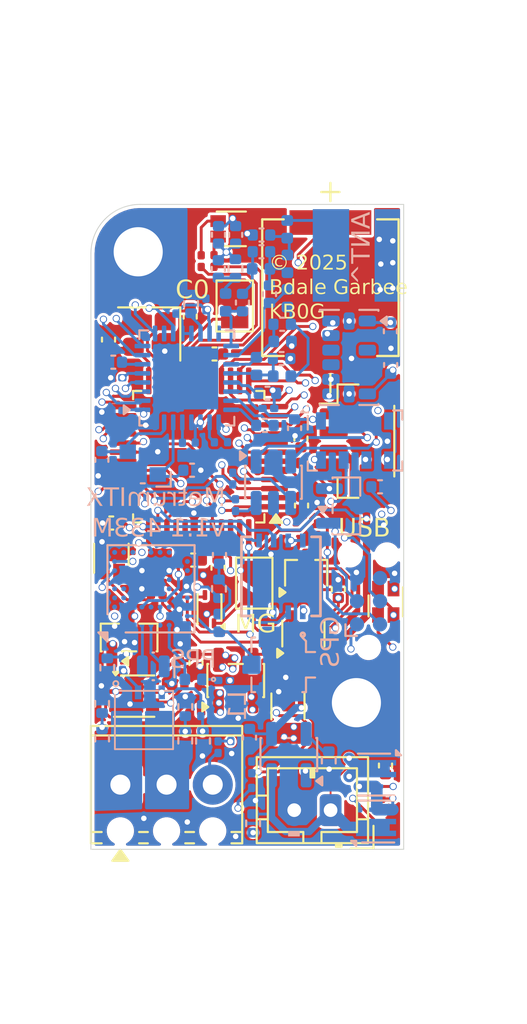
<source format=kicad_pcb>
(kicad_pcb (version 20241229) (generator "pcbnew") (generator_version "9.0")
  (layers (0 "F.Cu" signal) (4 "In1.Cu" signal) (6 "In2.Cu" signal) (8 "In3.Cu" signal) (10 "In4.Cu" signal) (2 "B.Cu" signal) (13 "F.Paste" user) (15 "B.Paste" user) (5 "F.SilkS" user "F.Silkscreen") (7 "B.SilkS" user "B.Silkscreen") (1 "F.Mask" user) (3 "B.Mask" user) (25 "Edge.Cuts" user))
  (net 0 "")
  (net 1 "GND")
  (net 2 "+3V3")
  (net 3 "/NRST")
  (net 4 "Net-(U8-DCPL_VCO)")
  (net 5 "Net-(U8-LPF0)")
  (net 6 "Net-(U8-DCPL_PFD_CHP)")
  (net 7 "Net-(U8-XOSC_Q2)")
  (net 8 "Net-(U8-XOSC_Q1)")
  (net 9 "Net-(U8-LPF1)")
  (net 10 "Net-(C31-Pad2)")
  (net 11 "/PA")
  (net 12 "Net-(C38-Pad2)")
  (net 13 "Net-(U8-DCPL_XOSC)")
  (net 14 "/LNA_N")
  (net 15 "Net-(C39-Pad1)")
  (net 16 "/TRX_SW")
  (net 17 "Net-(C40-Pad1)")
  (net 18 "/LNA_P")
  (net 19 "/RADIO_MARC_ISR")
  (net 20 "/RADIO_INT")
  (net 21 "/CS_RADIO")
  (net 22 "Net-(U8-DCPL)")
  (net 23 "Net-(C42-Pad1)")
  (net 24 "Net-(C43-Pad1)")
  (net 25 "Net-(U8-RBIAS)")
  (net 26 "Net-(J3-In)")
  (net 28 "/CS_BARO")
  (net 29 "Net-(D6-A)")
  (net 30 "/PH1")
  (net 31 "/PH0")
  (net 32 "Net-(U9-VDDCORE)")
  (net 33 "Net-(U9-VDDANA)")
  (net 34 "VBUS")
  (net 35 "V_CHARGE")
  (net 36 "Net-(U18-BP)")
  (net 37 "V_LIPO")
  (net 38 "/MGSW_IN")
  (net 39 "/HALL_OUT")
  (net 40 "Net-(JP1-A)")
  (net 41 "Net-(U21-D)")
  (net 42 "Net-(D3-A1)")
  (net 43 "Net-(D3-A2)")
  (net 44 "Net-(D4-A2)")
  (net 45 "Net-(D4-A1)")
  (net 46 "Net-(D4-K1)")
  (net 47 "Net-(D5-A1)")
  (net 48 "Net-(D6-K)")
  (net 49 "/SWDIO")
  (net 50 "/SWCLK")
  (net 52 "Net-(Q1-G)")
  (net 53 "Net-(Q2-D)")
  (net 54 "Net-(U9-PB10)")
  (net 55 "Net-(U9-PB11)")
  (net 56 "Net-(R1-Pad1)")
  (net 57 "/FET_A")
  (net 58 "/SENSE_A")
  (net 59 "/FET_B")
  (net 60 "/SENSE_B")
  (net 61 "/FIRE_A")
  (net 62 "/GATE_A")
  (net 63 "/FIRE_B")
  (net 64 "/GATE_B")
  (net 65 "Net-(U17-PROG)")
  (net 66 "/CMP_LDO_IN")
  (net 67 "/CMP_RAIL")
  (net 68 "/V_BATT")
  (net 69 "/USB_D+")
  (net 70 "/USB_D-")
  (net 71 "/AC_INT1")
  (net 72 "/SCK0")
  (net 73 "/MISO0")
  (net 74 "/CS_ACCEL")
  (net 76 "/MOSI0")
  (net 77 "/AC_INT2")
  (net 80 "/SCK3")
  (net 81 "/MISO3")
  (net 82 "/MOSI3")
  (net 83 "/TX1")
  (net 84 "/RX1")
  (net 85 "/MISO5")
  (net 86 "/MOSI5")
  (net 87 "/SCK5")
  (net 88 "/CS_FLASH")
  (net 89 "/CS_COMP0")
  (net 90 "/CS_COMP1")
  (net 92 "/BUZZ")
  (net 95 "Net-(J10-Pin_2)")
  (net 96 "Net-(J10-Pin_1)")
  (net 115 "Net-(U1-V_BCKP)")
  (net 116 "Net-(U1-VCC_RF)")
  (net 117 "Net-(J5-In)")
  (net 118 "Net-(U1-RTC_O)")
  (net 119 "Net-(U1-RTC_I)")
  (net 120 "Net-(R9-Pad1)")
  (net 121 "Net-(D5-A2)")
  (footprint "Package_QFP:TQFP-48_7x7mm_P0.5mm" (layer "F.Cu") (at 95.93 43.85 180)
    (property "Reference" "U9" (hide yes))
    (property "Value" "ATSAMD21G17D-A" (hide yes))
  )
  (footprint "Capacitor_SMD:C_0402_1005Metric" (layer "F.Cu") (at 103.606013 51.126666 -90)
    (property "Reference" "C44" (hide yes))
    (property "Value" "0.1uF" (hide yes))
  )
  (footprint "Connector_JST:JST_SH_BM04B-SRSS-TB_1x04-1MP_P1.00mm_Vertical" (layer "F.Cu") (at 104.673457 42.994765 -90)
    (property "Reference" "J10" (hide yes))
    (property "Value" "Conn_01x04_MountingPin" (hide yes))
  )
  (footprint "Package_TO_SOT_SMD:SOT-353_SC-70-5" (layer "F.Cu") (at 101.684444 53.554248 90)
    (property "Reference" "U21" (hide yes))
    (property "Value" "SN74LVC1G80QDCKTQ1" (hide yes))
  )
  (footprint "Resistor_SMD:R_0201_0603Metric" (layer "F.Cu") (at 93.627843 50.747973)
    (property "Reference" "R50" (hide yes))
    (property "Value" "1k" (hide yes))
  )
  (footprint "Crystal:Crystal_SMD_2520-4Pin_2.5x2.0mm" (layer "F.Cu") (at 93.205 37.1125 180)
    (property "Reference" "X2" (hide yes))
    (property "Value" "ECS-160-8-36Q-AES-TR1" (hide yes))
  )
  (footprint "TerminalBlock_Phoenix:TerminalBlock_Phoenix_MPT-0,5-3-2.54_1x03_P2.54mm_Horizontal" (layer "F.Cu") (at 91.62 61.85)
    (property "Reference" "J4" (hide yes))
    (property "Value" "PYROS" (hide yes))
  )
  (footprint "FCU2025Lib:DualLED0606" (layer "F.Cu") (at 106.165 51.815)
    (property "Reference" "D4" (hide yes))
    (property "Value" "LED_Dual_AAKK" (hide yes))
  )
  (footprint "Package_SON:Texas_X2SON-4-1EP_1.1x1.4mm_P0.5mm_EP0.8x0.6mm" (layer "F.Cu") (at 96.519384 52.216703 180)
    (property "Reference" "U7" (hide yes))
    (property "Value" "DRV5012AEDMRR" (hide yes))
  )
  (footprint "Capacitor_SMD:C_0402_1005Metric" (layer "F.Cu") (at 95.777864 55.174204 90)
    (property "Reference" "C24" (hide yes))
    (property "Value" "1uF" (hide yes))
  )
  (footprint "Jumper:SolderJumper-2_P1.3mm_Open_TrianglePad1.0x1.5mm" (layer "F.Cu") (at 97.908463 35.577249 -90)
    (property "Reference" "JP2" (hide yes))
    (property "Value" "BOOT" (hide yes))
  )
  (footprint "Package_TO_SOT_SMD:SOT-323_SC-70" (layer "F.Cu") (at 101.838101 50.245521 90)
    (property "Reference" "D2" (hide yes))
    (property "Value" "BAT54CW" (hide yes))
  )
  (footprint "Package_DFN_QFN:DFN-8-1EP_2x2mm_P0.5mm_EP0.9x1.6mm" (layer "F.Cu") (at 92.3775 56.99)
    (property "Reference" "U12" (hide yes))
    (property "Value" "LM293QT" (hide yes))
  )
  (footprint "Resistor_SMD:R_0201_0603Metric" (layer "F.Cu") (at 95.901699 56.799488 90)
    (property "Reference" "R40" (hide yes))
    (property "Value" "10k" (hide yes))
  )
  (footprint "Capacitor_SMD:C_0402_1005Metric" (layer "F.Cu") (at 101.583341 46.528627 90)
    (property "Reference" "C18" (hide yes))
    (property "Value" "0.1uF" (hide yes))
  )
  (footprint "Resistor_SMD:R_0201_0603Metric" (layer "F.Cu") (at 105.993881 64.395654 90)
    (property "Reference" "R49" (hide yes))
    (property "Value" "100k" (hide yes))
  )
  (footprint "FCU2025Lib:XDCR_CPT-7502-65-SMT-TR" (layer "F.Cu") (at 103.17 34.57 -90)
    (property "Reference" "U11" (hide yes))
    (property "Value" "CPT-7502-65-SMT-TR" (hide yes))
  )
  (footprint "Package_TO_SOT_SMD:SOT-23" (layer "F.Cu") (at 92.1 53.7725 90)
    (property "Reference" "Q2" (hide yes))
    (property "Value" "AO3400A" (hide yes))
  )
  (footprint "Resistor_SMD:R_0201_0603Metric" (layer "F.Cu") (at 94.925228 55.365326 90)
    (property "Reference" "R42" (hide yes))
    (property "Value" "10k" (hide yes))
  )
  (footprint "Resistor_SMD:R_0201_0603Metric" (layer "F.Cu") (at 93.62 51.46 180)
    (property "Reference" "R51" (hide yes))
    (property "Value" "1k" (hide yes))
  )
  (footprint "Capacitor_SMD:C_0402_1005Metric" (layer "F.Cu") (at 90.968739 37.4204 -90)
    (property "Reference" "C5" (hide yes))
    (property "Value" "8pF" (hide yes))
  )
  (footprint "Inductor_SMD:L_0402_1005Metric" (layer "F.Cu") (at 101.567084 44.68385 90)
    (property "Reference" "FB1" (hide yes))
    (property "Value" "LI0402C221R-10" (hide yes))
  )
  (footprint "Resistor_SMD:R_0201_0603Metric" (layer "F.Cu") (at 96.064052 33.112843 -90)
    (property "Reference" "R2" (hide yes))
    (property "Value" "1k" (hide yes))
  )
  (footprint "Capacitor_SMD:C_0402_1005Metric" (layer "F.Cu") (at 96.794229 38.209598)
    (property "Reference" "C46" (hide yes))
    (property "Value" "0.1uF" (hide yes))
  )
  (footprint "Capacitor_SMD:C_0402_1005Metric" (layer "F.Cu") (at 95.46 36.16 90)
    (property "Reference" "C6" (hide yes))
    (property "Value" "8pF" (hide yes))
  )
  (footprint "Resistor_SMD:R_0201_0603Metric" (layer "F.Cu") (at 106 62.945 90)
    (property "Reference" "R53" (hide yes))
    (property "Value" "100k" (hide yes))
  )
  (footprint "FCU2025Lib:DualLED0606" (layer "F.Cu") (at 91.175 49.425 180)
    (property "Reference" "D5" (hide yes))
    (property "Value" "LED_Dual_AAKK" (hide yes))
  )
  (footprint "Capacitor_SMD:C_1206_3216Metric" (layer "F.Cu") (at 100.83429 57.556726 -90)
    (property "Reference" "C23" (hide yes))
    (property "Value" "47uF" (hide yes))
  )
  (footprint "Connector_JST:JST_PH_B2B-PH-K_1x02_P2.00mm_Vertical" (layer "F.Cu") (at 103.18 63.25 180)
    (property "Reference" "J6" (hide yes))
    (property "Value" "BAT" (hide yes))
  )
  (footprint "FCU2025Lib:DualLED0606" (layer "F.Cu") (at 97.72147 31.392058 90)
    (property "Reference" "D3" (hide yes))
    (property "Value" "LED_Dual_AAKK" (hide yes))
  )
  (footprint "Resistor_SMD:R_0201_0603Metric" (layer "F.Cu") (at 94.821862 56.446928)
    (property "Reference" "R43" (hide yes))
    (property "Value" "9.09k" (hide yes))
  )
  (footprint "Resistor_SMD:R_0201_0603Metric" (layer "F.Cu") (at 95.740315 57.874684)
    (property "Reference" "R41" (hide yes))
    (property "Value" "8.06k" (hide yes))
  )
  (footprint "Jumper:SolderJumper-2_P1.3mm_Open_TrianglePad1.0x1.5mm" (layer "F.Cu") (at 98.982135 50.786405 -90)
    (property "Reference" "JP1" (hide yes))
    (property "Value" "MAG BYPASS" (hide yes))
  )
  (footprint "Capacitor_SMD:C_0201_0603Metric" (layer "F.Cu") (at 99.85551 54.376111 -90)
    (property "Reference" "C22" (hide yes))
    (property "Value" "10nF" (hide yes))
  )
  (footprint "MountingHole:MountingHole_2.7mm_M2.5_DIN965_Pad" (layer "F.Cu") (at 92.6 32.6)
    (property "Reference" "H2" (hide yes))
    (property "Value" "MountingHole_Pad" (hide yes))
  )
  (footprint "Capacitor_SMD:C_0402_1005Metric" (layer "F.Cu") (at 95.62133 49.520756 180)
    (property "Reference" "C16" (hide yes))
    (property "Value" "1uF" (hide yes))
  )
  (footprint "Capacitor_SMD:C_0402_1005Metric" (layer "F.Cu") (at 101.55 42.85 -90)
    (property "Reference" "C17" (hide yes))
    (property "Value" "1uF" (hide yes))
  )
  (footprint "Resistor_SMD:R_0201_0603Metric" (layer "F.Cu") (at 102.46 47.83 -90)
    (property "Reference" "R55" (hide yes))
    (property "Value" "100k" (hide yes))
  )
  (footprint "Capacitor_SMD:C_0402_1005Metric" (layer "F.Cu") (at 96.989398 49.945694 90)
    (property "Reference" "C45" (hide yes))
    (property "Value" "0.1uF" (hide yes))
  )
  (footprint "Package_TO_SOT_SMD:SOT-23-5" (layer "F.Cu") (at 97.963197 56.135398 90)
    (property "Reference" "U18" (hide yes))
    (property "Value" "TC2185-3.3VxCTTR" (hide yes))
  )
  (footprint "Resistor_SMD:R_0201_0603Metric" (layer "F.Cu") (at 96.768627 33.104923 -90)
    (property "Reference" "R3" (hide yes))
    (property "Value" "1k" (hide yes))
  )
  (footprint "Capacitor_SMD:C_0402_1005Metric" (layer "F.Cu") (at 106.2 60.8 -90)
    (property "Reference" "C21" (hide yes))
    (property "Value" "4.7uF" (hide yes))
  )
  (footprint "Capacitor_SMD:C_0402_1005Metric" (layer "F.Cu") (at 91.12 47.49)
    (property "Reference" "C19" (hide yes))
    (property "Value" "0.1uF" (hide yes))
  )
  (footprint "MountingHole:MountingHole_2.7mm_M2.5_DIN965_Pad" (layer "F.Cu") (at 104.6 57.35)
    (property "Reference" "H1" (hide yes))
    (property "Value" "MountingHole_Pad" (hide yes))
  )
  (footprint "Capacitor_SMD:C_0402_1005Metric" (layer "B.Cu") (at 99.379506 31.680235 180)
    (property "Reference" "C42" (hide yes))
    (property "Value" "6.2pF" (hide yes))
  )
  (footprint "Crystal:Crystal_SMD_MicroCrystal_CM9V-T1A-2Pin_1.6x1.0mm" (layer "B.Cu") (at 93.430203 55.35789 180)
    (property "Reference" "Y2" (hide yes))
    (property "Value" "32.768khz" (hide yes))
  )
  (footprint "Capacitor_SMD:C_0402_1005Metric" (layer "B.Cu") (at 100.515892 36.580123 180)
    (property "Reference" "C39" (hide yes))
    (property "Value" "5.1pF" (hide yes))
  )
  (footprint "Resistor_SMD:R_0201_0603Metric" (layer "B.Cu") (at 98.84 60.9 90)
    (property "Reference" "R59" (hide yes))
    (property "Value" "1k" (hide yes))
  )
  (footprint "Resistor_SMD:R_0201_0603Metric" (layer "B.Cu") (at 97.95 46.505002 90)
    (property "Reference" "R9" (hide yes))
    (property "Value" "33" (hide yes))
  )
  (footprint "Resistor_SMD:R_0402_1005Metric" (layer "B.Cu") (at 95.19 57.58 -90)
    (property "Reference" "R15" (hide yes))
    (property "Value" "27k" (hide yes))
  )
  (footprint "Resistor_SMD:R_0402_1005Metric" (layer "B.Cu") (at 97.042106 51.101255 90)
    (property "Reference" "R54" (hide yes))
    (property "Value" "10R 0.25W" (hide yes))
  )
  (footprint "Capacitor_SMD:C_0402_1005Metric" (layer "B.Cu") (at 99.375291 32.597834 180)
    (property "Reference" "C41" (hide yes))
    (property "Value" "2.2pF" (hide yes))
  )
  (footprint "Capacitor_SMD:C_0402_1005Metric" (layer "B.Cu") (at 106.470391 36.963131 90)
    (property "Reference" "C7" (hide yes))
    (property "Value" "0.1uF" (hide yes))
  )
  (footprint "Package_LGA:LGA-8_3x5mm_P1.25mm" (layer "B.Cu") (at 104.525 42.959904 -90)
    (property "Reference" "U4" (hide yes))
    (property "Value" "MS5607-02BA" (hide yes))
  )
  (footprint "Capacitor_SMD:C_0402_1005Metric" (layer "B.Cu") (at 99.57 42.13)
    (property "Reference" "C27" (hide yes))
    (property "Value" "1.8nF" (hide yes))
  )
  (footprint "Resistor_SMD:R_0201_0603Metric" (layer "B.Cu") (at 96.042992 57.765294 -90)
    (property "Reference" "R4" (hide yes))
    (property "Value" "1k" (hide yes))
  )
  (footprint "Capacitor_SMD:C_0201_0603Metric" (layer "B.Cu") (at 95.030356 43.404934 90)
    (property "Reference" "C50" (hide yes))
    (property "Value" "47nF" (hide yes))
  )
  (footprint "Inductor_SMD:L_0402_1005Metric" (layer "B.Cu") (at 97.408749 35.377499 90)
    (property "Reference" "L2" (hide yes))
    (property "Value" "LQG15HS56NJ02D" (hide yes))
  )
  (footprint "Capacitor_SMD:C_0402_1005Metric" (layer "B.Cu") (at 101.2 42.28 90)
    (property "Reference" "C9" (hide yes))
    (property "Value" "0.1uF" (hide yes))
  )
  (footprint "Capacitor_SMD:C_0402_1005Metric" (layer "B.Cu") (at 91.230978 38.660977)
    (property "Reference" "C13" (hide yes))
    (property "Value" "0.22uF" (hide yes))
  )
  (footprint "Capacitor_SMD:C_0201_0603Metric" (layer "B.Cu") (at 96.79 43.38 90)
    (property "Reference" "C51" (hide yes))
    (property "Value" "47nF" (hide yes))
  )
  (footprint "Capacitor_SMD:C_0402_1005Metric" (layer "B.Cu") (at 100.486249 38.4625)
    (property "Reference" "C37" (hide yes))
    (property "Value" "5.1pF" (hide yes))
  )
  (footprint "Inductor_SMD:L_0402_1005Metric" (layer "B.Cu") (at 99.106249 38.8775 90)
    (property "Reference" "L1" (hide yes))
    (property "Value" "LQG15HS56NJ02D" (hide yes))
  )
  (footprint "Resistor_SMD:R_0402_1005Metric" (layer "B.Cu") (at 90.9 55.427084 90)
    (property "Reference" "R19" (hide yes))
    (property "Value" "3.3k" (hide yes))
  )
  (footprint "Connector_Coaxial:U.FL_Molex_MCRF_73412-0110_Vertical" (layer "B.Cu") (at 100.326594 55.270378 90)
    (property "Reference" "J5" (hide yes))
    (property "Value" "UFL" (hide yes))
  )
  (footprint "Resistor_SMD:R_0201_0603Metric" (layer "B.Cu") (at 91.737569 55.228425 90)
    (property "Reference" "R5" (hide yes))
    (property "Value" "1k" (hide yes))
  )
  (footprint "Capacitor_SMD:C_0201_0603Metric" (layer "B.Cu") (at 99.759899 41.2 180)
    (property "Reference" "C49" (hide yes))
    (property "Value" "47nF" (hide yes))
  )
  (footprint "Capacitor_SMD:C_0402_1005Metric" (layer "B.Cu") (at 97.958005 31.670767 -90)
    (property "Reference" "C36" (hide yes))
    (property "Value" "100pF" (hide yes))
  )
  (footprint "LED_SMD:LED_0402_1005Metric" (layer "B.Cu") (at 95.651185 56.071328 180)
    (property "Reference" "D6" (hide yes))
    (property "Value" "PPS" (hide yes))
  )
  (footprint "Inductor_SMD:L_0402_1005Metric" (layer "B.Cu") (at 99.355408 33.536292)
    (property "Reference" "L6" (hide yes))
    (property "Value" "LQG15HS15NJ02D" (hide yes))
  )
  (footprint "Resistor_SMD:R_0402_1005Metric" (layer "B.Cu") (at 95.506249 35.4625 -90)
    (property "Reference" "R12" (hide yes))
    (property "Value" "56k" (hide yes))
  )
  (footprint "FCU2025Lib:DFN_XGIQ TR_WIN" (layer "B.Cu") (at 100.44985 50.4185 90)
    (property "Reference" "U19" (hide yes))
    (property "Value" "W25Q64JVXGIQ" (hide yes))
  )
  (footprint "Capacitor_SMD:C_0201_0603Metric" (layer "B.Cu") (at 94.677814 35.673629 -90)
    (property "Reference" "C48" (hide yes))
    (property "Value" "47nF" (hide yes))
  )
  (footprint "FCU2025Lib:PowerPak1212-8-Dual" (layer "B.Cu") (at 92.918463 58.103325 -90)
    (property "Reference" "U20" (hide yes))
    (property "Value" "SISB46DN" (hide yes))
  )
  (footprint "Connector_Coaxial:SMA_Amphenol_132289_EdgeMount" (layer "B.Cu") (at 103.2 32.8 90)
    (property "Reference" "J3" (hide yes))
    (property "Value" "SMA_Edgelaunch" (hide yes))
  )
  (footprint "Capacitor_SMD:C_0402_1005Metric" (layer "B.Cu") (at 97.006249 33.5425 -90)
    (property "Reference" "C31" (hide yes))
    (property "Value" "56pF" (hide yes))
  )
  (footprint "Package_TO_SOT_SMD:SOT-23-6" (layer "B.Cu") (at 100.0375 45.25 -90)
    (property "Reference" "U2" (hide yes))
    (property "Value" "WE-TVS-82400102" (hide yes))
  )
  (footprint "Resistor_SMD:R_0201_0603Metric" (layer "B.Cu") (at 97.8 45.05 -90)
    (property "Reference" "R1" (hide yes))
    (property "Value" "33" (hide yes))
  )
  (footprint "Resistor_SMD:R_0201_0603Metric" (layer "B.Cu") (at 96.992341 59.791811 -90)
    (property "Reference" "R46" (hide yes))
    (property "Value" "5.6k" (hide yes))
  )
  (footprint "Resistor_SMD:R_0402_1005Metric" (layer "B.Cu") (at 98.918131 63.97531 90)
    (property "Reference" "R21" (hide yes))
    (property "Value" "56k" (hide yes))
  )
  (footprint "Capacitor_SMD:C_0402_1005Metric" (layer "B.Cu") (at 97.068908 49.240526 90)
    (property "Reference" "C43" (hide yes))
    (property "Value" "10nF X7R" (hide yes))
  )
  (footprint "Capacitor_SMD:C_0402_1005Metric" (layer "B.Cu") (at 99.711073 40.368044 180)
    (property "Reference" "C33" (hide yes))
    (property "Value" "10nF" (hide yes))
  )
  (footprint "Capacitor_SMD:C_0402_1005Metric" (layer "B.Cu") (at 99.82066 34.924096 90)
    (property "Reference" "C38" (hide yes))
    (property "Value" "5.1pF" (hide yes))
  )
  (footprint "Package_TO_SOT_SMD:Vishay_PowerPAK_SC70-6L_Single" (layer "B.Cu") (at 105.683812 61.298127 180)
    (property "Reference" "Q3" (hide yes))
    (property "Value" "SiA449DJ" (hide yes))
  )
  (footprint "Capacitor_SMD:C_0201_0603Metric" (layer "B.Cu") (at 95.737384 43.393246 90)
    (property "Reference" "C47" (hide yes))
    (property "Value" "47nF" (hide yes))
  )
  (footprint "Inductor_SMD:L_0402_1005Metric" (layer "B.Cu") (at 100.541826 37.522156 180)
    (property "Reference" "L4" (hide yes))
    (property "Value" "LQG15HZ27NJ02D" (hide yes))
  )
  (footprint "Package_LGA:LGA-14_3x5mm_P0.8mm_LayoutBorder1x6y" (layer "B.Cu") (at 104.2 38.4 180)
    (property "Reference" "U3" (hide yes))
    (property "Value" "ADXL375" (hide yes))
  )
  (footprint "Inductor_SMD:L_0402_1005Metric" (layer "B.Cu") (at 100.806249 33.2625 90)
    (property "Reference" "L7" (hide yes))
    (property "Value" "MLG1005S43NJTD25" (hide yes))
  )
  (footprint "Inductor_SMD:L_0402_1005Metric" (layer "B.Cu") (at 100.806249 35.1475 90)
    (property "Reference" "L5" (hide yes))
    (property "Value" "LQG15HS15NJ02D" (hide yes))
  )
  (footprint "Resistor_SMD:R_0402_1005Metric" (layer "B.Cu") (at 96.16377 59.447374 90)
    (property "Reference" "R18" (hide yes))
    (property "Value" "3.3k" (hide yes))
  )
  (footprint "Package_TO_SOT_SMD:SOT-23" (layer "B.Cu") (at 104.05 46.55)
    (property "Reference" "U6" (hide yes))
    (property "Value" "MCP130-xxxxTT" (hide yes))
  )
  (footprint "Capacitor_SMD:C_0201_0603Metric" (layer "B.Cu") (at 96.32535 35.489319 -90)
    (property "Reference" "C29" (hide yes))
    (property "Value" "47nF" (hide yes))
  )
  (footprint "Resistor_SMD:R_0402_1005Metric" (layer "B.Cu") (at 90.614999 57.411009 -90)
    (property "Reference" "R16" (hide yes))
    (property "Value" "27k" (hide yes))
  )
  (footprint "Capacitor_SMD:C_0402_1005Metric" (layer "B.Cu") (at 90.6 44.02 90)
    (property "Reference" "C25" (hide yes))
    (property "Value" "10pF" (hide yes))
  )
  (footprint "Resistor_SMD:R_0201_0603Metric" (layer "B.Cu") (at 97.32363 56.131971)
    (property "Reference" "R56" (hide yes))
    (property "Value" "1k" (hide yes))
  )
  (footprint "Capacitor_SMD:C_0402_1005Metric" (layer "B.Cu") (at 106.483237 38.813973 -90)
    (property "Reference" "C8" (hide yes))
    (property "Value" "1uF" (hide yes))
  )
  (footprint "Resistor_SMD:R_0201_0603Metric" (layer "B.Cu") (at 97.694626 59.776616 90)
    (property "Reference" "R47" (hide yes))
    (property "Value" "10k" (hide yes))
  )
  (footprint "Capacitor_SMD:C_0402_1005Metric" (layer "B.Cu") (at 95.56307 44.590231 180)
    (property "Reference" "C26" (hide yes))
    (property "Value" "10pF" (hide yes))
  )
  (footprint "Package_LGA:ublox_LGA-53_4.5x4.5mm_Layout9x9_P0.5mm" (layer "B.Cu") (at 93.304541 51.1)
    (property "Reference" "U1" (hide yes))
    (property "Value" "MIA-M10Q" (hide yes))
  )
  (footprint "Connector:Tag-Connect_TC2030-IDC-NL_2x03_P1.27mm_Vertical" (layer "B.Cu") (at 105.265 51.78 90)
    (property "Reference" "J1" (hide yes))
    (property "Value" "TAGCONNECT" (hide yes))
  )
  (footprint "Package_TO_SOT_SMD:SOT-23-5" (layer "B.Cu") (at 100.8825 60.2 90)
    (property "Reference" "U17" (hide yes))
    (property "Value" "MCP73831-2-OT" (hide yes))
  )
  (footprint "Capacitor_SMD:C_0201_0603Metric" (layer "B.Cu") (at 91.417455 41.311201)
    (property "Reference" "C32" (hide yes))
    (property "Value" "47nF" (hide yes))
  )
  (footprint "Resistor_SMD:R_0201_0603Metric" (layer "B.Cu") (at 98.84 62.35 -90)
    (property "Reference" "R52" (hide yes))
    (property "Value" "1k" (hide yes))
  )
  (footprint "Crystal:Crystal_SMD_Abracon_ABM10-4Pin_2.5x2.0mm" (layer "B.Cu") (at 92.85 44.2 90)
    (property "Reference" "Y1" (hide yes))
    (property "Value" "40mhz 8pF 30 Ohms" (hide yes))
  )
  (footprint "Capacitor_SMD:C_0402_1005Metric" (layer "B.Cu") (at 97.017289 31.66949 -90)
    (property "Reference" "C35" (hide yes))
    (property "Value" "10nF" (hide yes))
  )
  (footprint "Inductor_SMD:L_0402_1005Metric" (layer "B.Cu") (at 97.059974 52.971571 90)
    (property "Reference" "FB2" (hide yes))
    (property "Value" "LQG15HS47NJ02" (hide yes))
  )
  (footprint "Inductor_SMD:L_0402_1005Metric" (layer "B.Cu") (at 100.795707 31.366209 90)
    (property "Reference" "L8" (hide yes))
    (property "Value" "LQG15HS22NG02D" (hide yes))
  )
  (footprint "Resistor_SMD:R_0402_1005Metric" (layer "B.Cu") (at 95.18766 59.437523 90)
    (property "Reference" "R13" (hide yes))
    (property "Value" "100k" (hide yes))
  )
  (footprint "Connector_Coaxial:SMA_Amphenol_132289_EdgeMount" (layer "B.Cu") (at 106.3 32.8 90)
    (property "Reference" "J3" (hide yes))
    (property "Value" "SMA_Edgelaunch" (hide yes))
  )
  (footprint "Capacitor_SMD:C_0201_0603Metric" (layer "B.Cu") (at 97.51446 43.370672 90)
    (property "Reference" "C30" (hide yes))
    (property "Value" "47nF" (hide yes))
  )
  (footprint "Capacitor_SMD:C_0402_1005Metric" (layer "B.Cu") (at 98.334962 35.389117 -90)
    (property "Reference" "C40" (hide yes))
    (property "Value" "39pF" (hide yes))
  )
  (footprint "Inductor_SMD:L_0402_1005Metric" (layer "B.Cu") (at 100.510425 39.427157)
    (property "Reference" "L3" (hide yes))
    (property "Value" "LQG15HZ27NJ02D" (hide yes))
  )
  (footprint "Capacitor_SMD:C_0201_0603Metric" (layer "B.Cu") (at 91.408777 39.514107)
    (property "Reference" "C34" (hide yes))
    (property "Value" "47nF" (hide yes))
  )
  (footprint "Capacitor_SMD:C_0402_1005Metric" (layer "B.Cu") (at 105.9 45.5 180)
    (property "Reference" "C10" (hide yes))
    (property "Value" "0.1uF" (hide yes))
  )
  (footprint "Resistor_SMD:R_0402_1005Metric" (layer "B.Cu") (at 103.08 60.529999 90)
    (property "Reference" "R37" (hide yes))
    (property "Value" "2.49k" (hide yes))
  )
  (footprint "Capacitor_SMD:C_0402_1005Metric" (layer "B.Cu") (at 98.72 59.27 90)
    (property "Reference" "C20" (hide yes))
    (property "Value" "4.7uF" (hide yes))
  )
  (footprint "Package_DFN_QFN:QFN-32-1EP_5x5mm_P0.5mm_EP3.45x3.45mm" (layer "B.Cu") (at 95.275 39.525)
    (property "Reference" "U8" (hide yes))
    (property "Value" "CC1200" (hide yes))
  )
  (footprint "Package_TO_SOT_SMD:Vishay_PowerPAK_SC70-6L_Single" (layer "B.Cu") (at 105.680271 63.875)
    (property "Reference" "Q1" (hide yes))
    (property "Value" "SiA449DJ" (hide yes))
  )
  (footprint "Resistor_SMD:R_0402_1005Metric" (layer "B.Cu") (at 90.614999 59.321009 90)
    (property "Reference" "R14" (hide yes))
    (property "Value" "100k" (hide yes))
  )
  (footprint "Resistor_SMD:R_0402_1005Metric" (layer "B.Cu") (at 97.946249 33.5225 -90)
    (property "Reference" "R48" (hide yes))
    (property "Value" "18" (hide yes))
  )
  (gr_line (start 107.2 32.7) (end 107.2 30) (stroke (width 0.05)) (layer "Edge.Cuts"))
  (gr_line (start 90 62.7) (end 90 32.7) (stroke (width 0.05)) (layer "Edge.Cuts"))
  (gr_line (start 104.5 65.4) (end 92.7 65.4) (stroke (width 0.05)) (layer "Edge.Cuts"))
  (gr_arc (start 90 32.7) (mid 90.790812 30.790812) (end 92.7 30) (stroke (width 0.05)) (layer "Edge.Cuts"))
  (gr_line (start 92.7 65.4) (end 90 65.4) (stroke (width 0.05)) (layer "Edge.Cuts"))
  (gr_line (start 107.2 65.4) (end 104.5 65.4) (stroke (width 0.05)) (layer "Edge.Cuts"))
  (gr_line (start 107.2 32.7) (end 107.2 62.7) (stroke (width 0.05)) (layer "Edge.Cuts"))
  (gr_line (start 90 65.4) (end 90 62.7) (stroke (width 0.05)) (layer "Edge.Cuts"))
  (gr_line (start 107.2 62.7) (end 107.2 65.4) (stroke (width 0.05)) (layer "Edge.Cuts"))
  (gr_line (start 92.7 30) (end 104.5 30) (stroke (width 0.05)) (layer "Edge.Cuts"))
  (gr_line (start 104.5 30) (end 107.2 30) (stroke (width 0.05)) (layer "Edge.Cuts"))
  (gr_text "© 2025 \nBdale Garbee \nKB0G" (at 99.8 36.4 0) (layer "F.SilkS") (effects (font (size 0.8 0.8)) (justify left bottom)))
  (gr_text "C0" (at 94.64724 35.319808 0) (layer "F.SilkS") (effects (font (size 1 1)) (justify left bottom)))
  (gr_text "USB" (at 103.6 48.4 0) (layer "F.SilkS") (effects (font (size 1 1)) (justify left bottom)))
  (gr_text "MG" (at 97.908802 53.661117 0) (layer "F.SilkS") (effects (font (size 1 1)) (justify left bottom)))
  (gr_text "MetrumITX \nv1.1 433M" (at 97.4 48.4 0) (layer "B.SilkS") (effects (font (size 1 1)) (justify left bottom mirror)))
  (gr_text "-" (at 101.6 65.4 0) (layer "B.SilkS") (effects (font (size 1.5 1.5) (thickness 0.3) (bold yes)) (justify left bottom mirror)))
  (gr_text "PPS" (at 96.9 55.6 0) (layer "B.SilkS") (effects (font (size 1 1)) (justify left bottom mirror)))
  (gr_text "ANT^" (at 105.5 30.4 90) (layer "B.SilkS") (effects (font (size 1 1)) (justify left bottom mirror)))
  (gr_text "L1" (at 98.7 56.7 90) (layer "B.SilkS") (effects (font (size 1 1)) (justify left bottom mirror)))
  (gr_text "GPS" (at 103.8 52.6 90) (layer "B.SilkS") (effects (font (size 1 1)) (justify left bottom mirror)))
  (segment (start 95.692637 48.624117) (end 95.692637 47.715649) (width 0.16) (layer "F.Cu") (net 1))
  (segment (start 96.65 52.2) (end 96.37 52.48) (width 0.16) (layer "F.Cu") (net 1))
  (segment (start 92.3025 56.94) (end 92.02125 57.22125) (width 0.16) (layer "F.Cu") (net 1))
  (segment (start 96.18 39.6875) (end 96.18 38.343827) (width 0.16) (layer "F.Cu") (net 1))
  (segment (start 96.18 38.343827) (end 96.314228 38.209598) (width 0.16) (layer "F.Cu") (net 1))
  (segment (start 95.132637 49.184117) (end 95.692637 48.624117) (width 0.16) (layer "F.Cu") (net 1))
  (segment (start 91.29 57.69) (end 91.5525 57.69) (width 0.16) (layer "F.Cu") (net 1))
  (via (at 104.6 50.2) (size 0.4) (drill 0.3) (layers "F.Cu" "B.Cu") (net 1))
  (via (at 90.610352 48.518702) (size 0.4) (drill 0.3) (layers "F.Cu" "B.Cu") (net 1))
  (via (at 100.326594 56.745379) (size 0.4) (drill 0.3) (layers "F.Cu" "B.Cu") (net 1))
  (via (at 106.1 47.6) (size 0.4) (drill 0.3) (layers "F.Cu" "B.Cu") (net 1))
  (via (at 102.438025 46.363215) (size 0.4) (drill 0.3) (layers "F.Cu" "B.Cu") (net 1))
  (via (at 101.225 42.7) (size 0.4) (drill 0.3) (layers "F.Cu" "B.Cu") (net 1))
  (via (at 92.4 54.05) (size 0.4) (drill 0.3) (layers "F.Cu" "B.Cu") (net 1))
  (via (at 97.96 64.69) (size 0.4) (drill 0.3) (layers "F.Cu" "B.Cu") (net 1))
  (via (at 103.1 61) (size 0.4) (drill 0.3) (layers "F.Cu" "B.Cu") (net 1))
  (via (at 90.575 56.425) (size 0.4) (drill 0.3) (layers "F.Cu" "B.Cu") (net 1))
  (via (at 104.330476 38.4544) (size 0.4) (drill 0.3) (layers "F.Cu" "B.Cu") (net 1))
  (via (at 106.7 50.25) (size 0.4) (drill 0.3) (layers "F.Cu" "B.Cu") (net 1))
  (via (at 96.37 52.48) (size 0.4) (drill 0.3) (layers "F.Cu" "B.Cu") (net 1))
  (via (at 91.304541 53.150003) (size 0.4) (drill 0.3) (layers "F.Cu" "B.Cu") (net 1))
  (via (at 95.661513 46.940187) (size 0.4) (drill 0.3) (layers "F.Cu" "B.Cu") (net 1))
  (via (at 96.002985 55.366247) (size 0.4) (drill 0.3) (layers "F.Cu" "B.Cu") (net 1))
  (via (at 92.91 63.7) (size 0.4) (drill 0.3) (layers "F.Cu" "B.Cu") (net 1))
  (via (at 105.856124 31.919948) (size 0.4) (drill 0.3) (layers "F.Cu" "B.Cu") (net 1))
  (via (at 105.941802 33.273649) (size 0.4) (drill 0.3) (layers "F.Cu" "B.Cu") (net 1))
  (via (at 90.4 44.9) (size 0.4) (drill 0.3) (layers "F.Cu" "B.Cu") (net 1))
  (via (at 91.85 54) (size 0.4) (drill 0.3) (layers "F.Cu" "B.Cu") (net 1))
  (via (at 97.794486 30.771352) (size 0.4) (drill 0.3) (layers "F.Cu" "B.Cu") (net 1))
  (via (at 106.6 34.6) (size 0.4) (drill 0.3) (layers "F.Cu" "B.Cu") (net 1))
  (via (at 92.15 57.425) (size 0.4) (drill 0.3) (layers "F.Cu" "B.Cu") (net 1))
  (via (at 95.18766 57.017523) (size 0.4) (drill 0.3) (layers "F.Cu" "B.Cu") (net 1))
  (via (at 100.966249 38.4625) (size 0.4) (drill 0.3) (layers "F.Cu" "B.Cu") (net 1))
  (via (at 91.088777 39.514107) (size 0.4) (drill 0.3) (layers "F.Cu" "B.Cu") (net 1))
  (via (at 97.740611 60.140829) (size 0.4) (drill 0.3) (layers "F.Cu" "B.Cu") (net 1))
  (via (at 100 40.2) (size 0.4) (drill 0.3) (layers "F.Cu" "B.Cu") (net 1))
  (via (at 92.804541 50.1) (size 0.4) (drill 0.3) (layers "F.Cu" "B.Cu") (net 1))
  (via (at 96.132299 60.27729) (size 0.4) (drill 0.3) (layers "F.Cu" "B.Cu") (net 1))
  (via (at 94.060574 38.053181) (size 0.4) (drill 0.3) (layers "F.Cu" "B.Cu") (net 1))
  (via (at 95.3 63.9) (size 0.4) (drill 0.3) (layers "F.Cu" "B.Cu") (net 1))
  (via (at 103.6 50.6) (size 0.4) (drill 0.3) (layers "F.Cu" "B.Cu") (net 1))
  (via (at 96.18 50.35) (size 0.4) (drill 0.3) (layers "F.Cu" "B.Cu") (net 1))
  (via (at 93.01 42.12) (size 0.4) (drill 0.3) (layers "F.Cu" "B.Cu") (net 1))
  (via (at 96.04307 44.590231) (size 0.4) (drill 0.3) (layers "F.Cu" "B.Cu") (net 1))
  (via (at 106.6 32) (size 0.4) (drill 0.3) (layers "F.Cu" "B.Cu") (net 1))
  (via (at 98.1 58.2) (size 0.4) (drill 0.3) (layers "F.Cu" "B.Cu") (net 1))
  (via (at 93.675 43.575) (size 0.4) (drill 0.3) (layers "F.Cu" "B.Cu") (net 1))
  (via (at 97.64363 56.131971) (size 0.4) (drill 0.3) (layers "F.Cu" "B.Cu") (net 1))
  (via (at 94.91 54.12) (size 0.4) (drill 0.3) (layers "F.Cu" "B.Cu") (net 1))
  (via (at 90.6 41.4) (size 0.4) (drill 0.3) (layers "F.Cu" "B.Cu") (net 1))
  (via (at 94.45 56.3) (size 0.4) (drill 0.3) (layers "F.Cu" "B.Cu") (net 1))
  (via (at 100.714507 55.961513) (size 0.4) (drill 0.3) (layers "F.Cu" "B.Cu") (net 1))
  (via (at 94.863261 52.227954) (size 0.4) (drill 0.3) (layers "F.Cu" "B.Cu") (net 1))
  (via (at 92.8 51.1) (size 0.4) (drill 0.3) (layers "F.Cu" "B.Cu") (net 1))
  (via (at 98.6 31.6) (size 0.4) (drill 0.3) (layers "F.Cu" "B.Cu") (net 1))
  (via (at 94.304541 50.1) (size 0.4) (drill 0.3) (layers "F.Cu" "B.Cu") (net 1))
  (via (at 94.737297 53.340027) (size 0.4) (drill 0.3) (layers "F.Cu" "B.Cu") (net 1))
  (via (at 106.5 37.9) (size 0.4) (drill 0.3) (layers "F.Cu" "B.Cu") (net 1))
  (via (at 90.64 47.49) (size 0.4) (drill 0.3) (layers "F.Cu" "B.Cu") (net 1))
  (via (at 99.05 62.72) (size 0.4) (drill 0.3) (layers "F.Cu" "B.Cu") (net 1))
  (via (at 105.907531 34.678756) (size 0.4) (drill 0.3) (layers "F.Cu" "B.Cu") (net 1))
  (via (at 106.6 33.2) (size 0.4) (drill 0.3) (layers "F.Cu" "B.Cu") (net 1))
  (via (at 101.041826 37.772156) (size 0.4) (drill 0.3) (layers "F.Cu" "B.Cu") (net 1))
  (via (at 95.255169 50.967719) (size 0.4) (drill 0.3) (layers "F.Cu" "B.Cu") (net 1))
  (via (at 106.302829 43) (size 0.4) (drill 0.3) (layers "F.Cu" "B.Cu") (net 1))
  (via (at 99.9 49.2) (size 0.4) (drill 0.3) (layers "F.Cu" "B.Cu") (net 1))
  (segment (start 97.376348 31.18949) (end 97.794486 30.771352) (width 0.1565) (layer "B.Cu") (net 1))
  (segment (start 99 62.67) (end 99.05 62.72) (width 0.16) (layer "B.Cu") (net 1))
  (segment (start 105.907531 34.492469) (end 106 34.4) (width 0.1) (layer "B.Cu") (net 1))
  (segment (start 106.470391 37.443131) (end 106.470391 37.870391) (width 0.16) (layer "B.Cu") (net 1))
  (segment (start 93.518749 41.275) (end 95.268749 39.525) (width 0.16) (layer "B.Cu") (net 1))
  (segment (start 91.097455 41.311201) (end 90.688799 41.311201) (width 0.16) (layer "B.Cu") (net 1))
  (segment (start 93.694371 43.681973) (end 93.294371 43.681973) (width 0.16) (layer "B.Cu") (net 1))
  (segment (start 106.483237 37.916763) (end 106.5 37.9) (width 0.16) (layer "B.Cu") (net 1))
  (segment (start 106.483237 38.333973) (end 106.483237 37.916763) (width 0.16) (layer "B.Cu") (net 1))
  (segment (start 100.079899 40.479218) (end 100.191073 40.368044) (width 0.16) (layer "B.Cu") (net 1))
  (segment (start 90.688799 41.311201) (end 90.6 41.4) (width 0.16) (layer "B.Cu") (net 1))
  (segment (start 103.08 61.039998) (end 103.08 61.02) (width 0.16) (layer "B.Cu") (net 1))
  (segment (start 106.470391 37.870391) (end 106.5 37.9) (width 0.16) (layer "B.Cu") (net 1))
  (segment (start 93.518749 41.9625) (end 93.518749 41.275) (width 0.16) (layer "B.Cu") (net 1))
  (segment (start 95.348157 50.643616) (end 95.304541 50.6) (width 0.16) (layer "B.Cu") (net 1))
  (segment (start 103.08 61.02) (end 103.1 61) (width 0.16) (layer "B.Cu") (net 1))
  (segment (start 106 34.4) (end 106 32.8) (width 0.1) (layer "B.Cu") (net 1))
  (segment (start 100.168044 40.368044) (end 100 40.2) (width 0.16) (layer "B.Cu") (net 1))
  (segment (start 105.907531 34.678756) (end 105.907531 34.492469) (width 0.1) (layer "B.Cu") (net 1))
  (segment (start 98.84 62.67) (end 99 62.67) (width 0.16) (layer "B.Cu") (net 1))
  (segment (start 97.755787 59.955787) (end 97.8 60) (width 0.16) (layer "B.Cu") (net 1))
  (segment (start 97.017289 31.18949) (end 97.376348 31.18949) (width 0.1565) (layer "B.Cu") (net 1))
  (segment (start 93.294371 43.681973) (end 92.044371 44.931973) (width 0.16) (layer "B.Cu") (net 1))
  (segment (start 97.754015 59.955787) (end 97.755787 59.955787) (width 0.16) (layer "B.Cu") (net 1))
  (segment (start 95.723067 35.169319) (end 95.506249 34.952501) (width 0.16) (layer "B.Cu") (net 1))
  (segment (start 97.958005 30.934871) (end 97.794486 30.771352) (width 0.1565) (layer "B.Cu") (net 1))
  (segment (start 96.32535 35.169319) (end 95.723067 35.169319) (width 0.16) (layer "B.Cu") (net 1))
  (segment (start 97.958005 31.190767) (end 97.958005 30.934871) (width 0.1565) (layer "B.Cu") (net 1))
  (segment (start 100.191073 40.368044) (end 100.168044 40.368044) (width 0.16) (layer "B.Cu") (net 1))
  (segment (start 100.079899 41.2) (end 100.079899 40.479218) (width 0.16) (layer "B.Cu") (net 1))
  (segment (start 96.68 46.57) (end 96.68 48.0125) (width 0.16) (layer "F.Cu") (net 2))
  (segment (start 97.695796 54.9) (end 97.597898 54.997898) (width 0.4) (layer "F.Cu") (net 2))
  (segment (start 95.777864 54.694204) (end 96.709503 54.694204) (width 0.16) (layer "F.Cu") (net 2))
  (segment (start 93.39 56.24) (end 94.584674 55.045326) (width 0.16) (layer "F.Cu") (net 2))
  (segment (start 97.013197 54.997898) (end 97.152102 54.997898) (width 0.16) (layer "F.Cu") (net 2))
  (segment (start 97.152102 54.997898) (end 97.4 54.75) (width 0.16) (layer "F.Cu") (net 2))
  (segment (start 97.297898 54.997898) (end 97.8 55.5) (width 0.16) (layer "F.Cu") (net 2))
  (segment (start 94.584674 55.045326) (end 94.925228 55.045326) (width 0.16) (layer "F.Cu") (net 2))
  (segment (start 96.709503 54.694204) (end 97.013197 54.997898) (width 0.16) (layer "F.Cu") (net 2))
  (segment (start 97.9 54.9) (end 97.695796 54.9) (width 0.4) (layer "F.Cu") (net 2))
  (segment (start 97.597898 54.997898) (end 97.013197 54.997898) (width 0.4) (layer "F.Cu") (net 2))
  (segment (start 96.692637 48.920633) (end 96.692637 47.715649) (width 0.16) (layer "F.Cu") (net 2))
  (segment (start 96.987973 49.612027) (end 96.987973 49.469455) (width 0.16) (layer "F.Cu") (net 2))
  (segment (start 101.567084 44.19885) (end 101.71135 44.19885) (width 0.16) (layer "F.Cu") (net 2))
  (segment (start 91.87 47.49) (end 92.12 47.74) (width 0.16) (layer "F.Cu") (net 2))
  (segment (start 95.426742 55.045326) (end 95.777864 54.694204) (width 0.16) (layer "F.Cu") (net 2))
  (segment (start 97.013197 54.997898) (end 97.297898 54.997898) (width 0.16) (layer "F.Cu") (net 2))
  (segment (start 91.6 47.49) (end 91.6 46.7675) (width 0.16) (layer "F.Cu") (net 2))
  (segment (start 96.68 39.6875) (end 96.68 38.803827) (width 0.16) (layer "F.Cu") (net 2))
  (segment (start 97.8 55) (end 97.8 55.5) (width 0.4) (layer "F.Cu") (net 2))
  (segment (start 101.71135 44.19885) (end 103.1125 45.6) (width 0.16) (layer "F.Cu") (net 2))
  (segment (start 94.925228 55.045326) (end 95.426742 55.045326) (width 0.16) (layer "F.Cu") (net 2))
  (segment (start 97.9 54.9) (end 97.8 55) (width 0.4) (layer "F.Cu") (net 2))
  (segment (start 96.018749 41.9625) (end 96.68 41.301249) (width 0.16) (layer "F.Cu") (net 2))
  (segment (start 96.68 38.803827) (end 97.274229 38.209598) (width 0.16) (layer "F.Cu") (net 2))
  (segment (start 91.6 46.7675) (end 91.7675 46.6) (width 0.16) (layer "F.Cu") (net 2))
  (segment (start 96.970996 49.198991) (end 96.692637 48.920633) (width 0.16) (layer "F.Cu") (net 2))
  (segment (start 91.6 47.49) (end 91.87 47.49) (width 0.16) (layer "F.Cu") (net 2))
  (segment (start 96.36 46.25) (end 96.68 46.57) (width 0.16) (layer "F.Cu") (net 2))
  (segment (start 96.68 41.301249) (end 96.68 39.6875) (width 0.16) (layer "F.Cu") (net 2))
  (via (at 96.018749 41.9625) (size 0.4) (drill 0.3) (layers "F.Cu" "B.Cu") (net 2))
  (via (at 92.9 41.5) (size 0.4) (drill 0.3) (layers "F.Cu" "B.Cu") (net 2))
  (via (at 97.8 55.5) (size 0.4) (drill 0.3) (layers "F.Cu" "B.Cu") (net 2))
  (via (at 106.470391 36.483131) (size 0.4) (drill 0.3) (layers "F.Cu" "B.Cu") (net 2))
  (via (at 97.4 54.75) (size 0.4) (drill 0.3) (layers "F.Cu" "B.Cu") (net 2))
  (via (at 97.43 42.34) (size 0.4) (drill 0.3) (layers "F.Cu" "B.Cu") (net 2))
  (via (at 97.9 54.9) (size 0.4) (drill 0.3) (layers "F.Cu" "B.Cu") (net 2))
  (via (at 92.12 47.74) (size 0.4) (drill 0.3) (layers "F.Cu" "B.Cu") (net 2))
  (via (at 101 48.45) (size 0.4) (drill 0.3) (layers "F.Cu" "B.Cu") (net 2))
  (via (at 103.1125 45.6) (size 0.4) (drill 0.3) (layers "F.Cu" "B.Cu") (net 2))
  (via (at 96.414376 35.765076) (size 0.4) (drill 0.3) (layers "F.Cu" "B.Cu") (net 2))
  (via (at 97.446249 32.6225) (size 0.4) (drill 0.3) (layers "F.Cu" "B.Cu") (net 2))
  (via (at 102.2 41.8) (size 0.4) (drill 0.3) (layers "F.Cu" "B.Cu") (net 2))
  (via (at 106.6 39.1) (size 0.4) (drill 0.3) (layers "F.Cu" "B.Cu") (net 2))
  (via (at 106.5 46.8) (size 0.4) (drill 0.3) (layers "F.Cu" "B.Cu") (net 2))
  (via (at 100 52.4) (size 0.4) (drill 0.3) (layers "F.Cu" "B.Cu") (net 2))
  (via (at 91.728777 39.514107) (size 0.4) (drill 0.3) (layers "F.Cu" "B.Cu") (net 2))
  (via (at 97.228341 55.395349) (size 0.4) (drill 0.3) (layers "F.Cu" "B.Cu") (net 2))
  (via (at 96.36 46.25) (size 0.4) (drill 0.3) (layers "F.Cu" "B.Cu") (net 2))
  (via (at 104.3 54.4) (size 0.4) (drill 0.3) (layers "F.Cu" "B.Cu") (net 2))
  (via (at 92.804541 49.1) (size 0.4) (drill 0.3) (layers "F.Cu" "B.Cu") (net 2))
  (via (at 91.304541 52.6) (size 0.4) (drill 0.3) (layers "F.Cu" "B.Cu") (net 2))
  (segment (start 106.483237 39.293973) (end 106.483237 39.216763) (width 0.16) (layer "B.Cu") (net 2))
  (segment (start 98.518749 40.275) (end 98.706825 40.463076) (width 0.16) (layer "B.Cu") (net 2))
  (segment (start 101 41.6) (end 101.2 41.8) (width 0.16) (layer "B.Cu") (net 2))
  (segment (start 101.65 48.45) (end 101 48.45) (width 0.16) (layer "B.Cu") (net 2))
  (segment (start 97.446249 32.6225) (end 97.556249 32.6225) (width 0.1565) (layer "B.Cu") (net 2))
  (segment (start 97.556249 32.6225) (end 97.946249 33.0125) (width 0.1565) (layer "B.Cu") (net 2))
  (segment (start 91.696037 39.624462) (end 92.045499 39.275) (width 0.16) (layer "B.Cu") (net 2))
  (segment (start 106.470391 36.483131) (end 105.283131 36.483131) (width 0.16) (layer "B.Cu") (net 2))
  (segment (start 105.283131 36.483131) (end 105.2 36.4) (width 0.16) (layer "B.Cu") (net 2))
  (segment (start 98.706825 40.463076) (end 98.706825 40.802757) (width 0.16) (layer "B.Cu") (net 2))
  (segment (start 105.42 45.5) (end 105.42 45.72) (width 0.16) (layer "B.Cu") (net 2))
  (segment (start 97.958005 32.150767) (end 97.917982 32.150768) (width 0.1565) (layer "B.Cu") (net 2))
  (segment (start 104.63 53.05) (end 104.3 53.38) (width 0.16) (layer "B.Cu") (net 2))
  (segment (start 95.149944 35.521499) (end 94.677814 35.993629) (width 0.16) (layer "B.Cu") (net 2))
  (segment (start 92.831249 41.275) (end 91.705203 41.275) (width 0.16) (layer "B.Cu") (net 2))
  (segment (start 96.414376 35.765076) (end 96.414376 35.652977) (width 0.16) (layer "B.Cu") (net 2))
  (segment (start 96.476249 36.362499) (end 96.476249 35.8725) (width 0.16) (layer "B.Cu") (net 2))
  (segment (start 106.483237 39.216763) (end 106.6 39.1) (width 0.16) (layer "B.Cu") (net 2))
  (segment (start 95.737384 42.181135) (end 95.518749 41.9625) (width 0.16) (layer "B.Cu") (net 2))
  (segment (start 97.025 41.9625) (end 97.0525 41.9625) (width 0.16) (layer "B.Cu") (net 2))
  (segment (start 101 48.45) (end 100.8499 48.45) (width 0.16) (layer "B.Cu") (net 2))
  (segment (start 99.82 41.6) (end 101 41.6) (width 0.16) (layer "B.Cu") (net 2))
  (segment (start 106.483237 39.293973) (end 105.37721 40.4) (width 0.16) (layer "B.Cu") (net 2))
  (segment (start 91.705203 41.275) (end 91.69118 41.260977) (width 0.16) (layer "B.Cu") (net 2))
  (segment (start 97.446249 32.6225) (end 97.006249 33.0625) (width 0.1565) (layer "B.Cu") (net 2))
  (segment (start 92.045499 39.275) (end 92.831249 39.275) (width 0.16) (layer "B.Cu") (net 2))
  (segment (start 105.42 45.72) (end 106.5 46.8) (width 0.16) (layer "B.Cu") (net 2))
  (segment (start 99.439899 41.2) (end 99.439899 41.219899) (width 0.16) (layer "B.Cu") (net 2))
  (segment (start 102.538365 41.884904) (end 102.284904 41.884904) (width 0.16) (layer "B.Cu") (net 2))
  (segment (start 102.284904 41.884904) (end 102.2 41.8) (width 0.16) (layer "B.Cu") (net 2))
  (segment (start 99.104068 41.2) (end 98.706825 40.802757) (width 0.16) (layer "B.Cu") (net 2))
  (segment (start 97.706249 40.275) (end 98.518749 40.275) (width 0.16) (layer "B.Cu") (net 2))
  (segment (start 96.03753 35.521499) (end 95.149944 35.521499) (width 0.16) (layer "B.Cu") (net 2))
  (segment (start 95.018749 36.334564) (end 94.677814 35.993629) (width 0.16) (layer "B.Cu") (net 2))
  (segment (start 99.439899 41.2) (end 99.104068 41.2) (width 0.16) (layer "B.Cu") (net 2))
  (segment (start 101.2 41.8) (end 102.2 41.8) (width 0.16) (layer "B.Cu") (net 2))
  (segment (start 97.018749 42.554961) (end 97.51446 43.050672) (width 0.16) (layer "B.Cu") (net 2))
  (segment (start 99.439899 41.219899) (end 99.82 41.6) (width 0.16) (layer "B.Cu") (net 2))
  (segment (start 95.006248 37.425) (end 95.006248 36.9625) (width 0.16) (layer "B.Cu") (net 2))
  (segment (start 105.37721 40.4) (end 105.2 40.4) (width 0.16) (layer "B.Cu") (net 2))
  (segment (start 97.0525 41.9625) (end 97.43 42.34) (width 0.16) (layer "B.Cu") (net 2))
  (segment (start 96.476248 36.3625) (end 96.476249 36.362499) (width 0.16) (layer "B.Cu") (net 2))
  (segment (start 97.917982 32.150768) (end 97.446249 32.6225) (width 0.1565) (layer "B.Cu") (net 2))
  (segment (start 96.018749 41.9625) (end 95.800114 42.181135) (width 0.16) (layer "B.Cu") (net 2))
  (segment (start 95.018749 37.0875) (end 95.018749 36.334564) (width 0.16) (layer "B.Cu") (net 2))
  (segment (start 97.017289 32.149489) (end 97.017289 32.19354) (width 0.1565) (layer "B.Cu") (net 2))
  (segment (start 100.013 52.387) (end 100 52.4) (width 0.16) (layer "B.Cu") (net 2))
  (segment (start 100.0498 52.387) (end 100.013 52.387) (width 0.16) (layer "B.Cu") (net 2))
  (segment (start 104.3 53.38) (end 104.3 54.4) (width 0.16) (layer "B.Cu") (net 2))
  (segment (start 95.800114 42.181135) (end 95.737384 42.181135) (width 0.16) (layer "B.Cu") (net 2))
  (segment (start 97.018749 41.9625) (end 97.018749 42.554961) (width 0.16) (layer "B.Cu") (net 2))
  (segment (start 97.017289 32.19354) (end 97.446249 32.6225) (width 0.1565) (layer "B.Cu") (net 2))
  (segment (start 92.831249 41.431249) (end 92.9 41.5) (width 0.16) (layer "B.Cu") (net 2))
  (segment (start 103.6125 45.5) (end 103.5125 45.6) (width 0.16) (layer "B.Cu") (net 2))
  (segment (start 95.737384 42.181135) (end 95.737384 43.073246) (width 0.16) (layer "B.Cu") (net 2))
  (segment (start 102.35 41.8) (end 102.55 42) (width 0.16) (layer "B.Cu") (net 2))
  (segment (start 96.518748 36.405) (end 96.518749 37.0875) (width 0.16) (layer "B.Cu") (net 2))
  (segment (start 96.476248 36.3625) (end 96.518748 36.405) (width 0.16) (layer "B.Cu") (net 2))
  (segment (start 92.831249 41.275) (end 92.831249 41.431249) (width 0.16) (layer "B.Cu") (net 2))
  (segment (start 96.32535 35.809319) (end 96.03753 35.521499) (width 0.16) (layer "B.Cu") (net 2))
  (segment (start 103.2125 45.5) (end 103.1125 45.6) (width 0.16) (layer "B.Cu") (net 2))
  (segment (start 95.518749 37.0875) (end 95.018749 37.0875) (width 0.16) (layer "B.Cu") (net 2))
  (segment (start 102.2 41.8) (end 102.35 41.8) (width 0.16) (layer "B.Cu") (net 2))
  (segment (start 94.814559 50.000491) (end 94.814559 50.305877) (width 0.16) (layer "F.Cu") (net 3))
  (segment (start 94.680001 49.865933) (end 94.814559 50.000491) (width 0.16) (layer "F.Cu") (net 3))
  (segment (start 94.680001 48.0125) (end 94.680001 49.865933) (width 0.16) (layer "F.Cu") (net 3))
  (via (at 94.814559 50.305877) (size 0.4) (drill 0.3) (layers "F.Cu" "B.Cu") (net 3))
  (via (at 103.431 47.95) (size 0.4) (drill 0.3) (layers "F.Cu" "B.Cu") (net 3))
  (via (at 90.847399 40.323378) (size 0.4) (drill 0.3) (layers "F.Cu" "B.Cu") (net 3))
  (segment (start 103.431 49.781) (end 104.0553 50.4053) (width 0.16) (layer "B.Cu") (net 3))
  (segment (start 94.814559 51.036874) (end 94.107083 51.74435) (width 0.16) (layer "B.Cu") (net 3))
  (segment (start 94.107083 51.74435) (end 93.160191 51.74435) (width 0.16) (layer "B.Cu") (net 3))
  (segment (start 103.7 47.5) (end 103.1125 47.5) (width 0.16) (layer "B.Cu") (net 3))
  (segment (start 104.63 51.78) (end 104.2 51.35) (width 0.16) (layer "B.Cu") (net 3))
  (segment (start 91.424021 40.9) (end 90.847399 40.323378) (width 0.16) (layer "B.Cu") (net 3))
  (segment (start 103.431 47.95) (end 103.431 47.8185) (width 0.16) (layer "B.Cu") (net 3))
  (segment (start 93.160191 51.74435) (end 92.804541 52.1) (width 0.16) (layer "B.Cu") (net 3))
  (segment (start 104.0553 51.2053) (end 104.2 51.35) (width 0.16) (layer "B.Cu") (net 3))
  (segment (start 104.0553 50.4053) (end 104.0553 51.2053) (width 0.16) (layer "B.Cu") (net 3))
  (segment (start 103.45 47.75) (end 103.7 47.5) (width 0.16) (layer "B.Cu") (net 3))
  (segment (start 92.481187 40.775) (end 92.831249 40.775) (width 0.16) (layer "B.Cu") (net 3))
  (segment (start 103.431 47.8185) (end 103.1125 47.5) (width 0.16) (layer "B.Cu") (net 3))
  (segment (start 92.831249 40.775) (end 92.706249 40.9) (width 0.16) (layer "B.Cu") (net 3))
  (segment (start 92.706249 40.9) (end 91.424021 40.9) (width 0.16) (layer "B.Cu") (net 3))
  (segment (start 103.431 47.95) (end 103.431 49.781) (width 0.16) (layer "B.Cu") (net 3))
  (segment (start 94.814559 50.305877) (end 94.814559 51.036874) (width 0.16) (layer "B.Cu") (net 3))
  (segment (start 97.706249 39.775) (end 98.143748 39.775) (width 0.16) (layer "B.Cu") (net 4))
  (segment (start 98.143748 39.775) (end 98.315748 39.947) (width 0.16) (layer "B.Cu") (net 4))
  (segment (start 98.315748 39.947) (end 98.654611 39.947) (width 0.16) (layer "B.Cu") (net 4))
  (segment (start 99.231073 40.368044) (end 99.075655 40.368044) (width 0.16) (layer "B.Cu") (net 4))
  (segment (start 99.075655 40.368044) (end 98.654611 39.947) (width 0.16) (layer "B.Cu") (net 4))
  (segment (start 100.106824 42.336824) (end 100.189658 42.336824) (width 0.16) (layer "B.Cu") (net 5))
  (segment (start 99 41.6) (end 99.37 41.6) (width 0.16) (layer "B.Cu") (net 5))
  (segment (start 98.175 40.775) (end 99 41.6) (width 0.16) (layer "B.Cu") (net 5))
  (segment (start 97.706249 40.775) (end 98.175 40.775) (width 0.16) (layer "B.Cu") (net 5))
  (segment (start 99.37 41.6) (end 100.106824 42.336824) (width 0.16) (layer "B.Cu") (net 5))
  (segment (start 96.518749 42.788749) (end 96.79 43.06) (width 0.16) (layer "B.Cu") (net 6))
  (segment (start 96.518749 41.9625) (end 96.518749 42.788749) (width 0.16) (layer "B.Cu") (net 6))
  (segment (start 96.518748 41.9625) (end 96.518749 42.312562) (width 0.16) (layer "B.Cu") (net 6))
  (segment (start 94.025 41.9625) (end 94.025 42.399999) (width 0.16) (layer "B.Cu") (net 7))
  (segment (start 92.025 43.165) (end 92.025 43.575) (width 0.16) (layer "B.Cu") (net 7))
  (segment (start 94.018748 41.9625) (end 94.018749 42.399999) (width 0.16) (layer "B.Cu") (net 7))
  (segment (start 93.839701 42.585298) (end 92.604702 42.585298) (width 0.16) (layer "B.Cu") (net 7))
  (segment (start 92.604702 42.585298) (end 92.025 43.165) (width 0.16) (layer "B.Cu") (net 7))
  (segment (start 94.018749 42.246095) (end 94.018749 41.9625) (width 0.16) (layer "B.Cu") (net 7))
  (segment (start 94.025 42.399999) (end 93.839701 42.585298) (width 0.16) (layer "B.Cu") (net 7))
  (segment (start 92.025 43.575) (end 90.635 43.575) (width 0.16) (layer "B.Cu") (net 7))
  (segment (start 90.635 43.575) (end 90.6 43.54) (width 0.16) (layer "B.Cu") (net 7))
  (segment (start 93.694371 44.931973) (end 94.518749 44.107595) (width 0.16) (layer "B.Cu") (net 8))
  (segment (start 94.741328 44.931973) (end 95.08307 44.590231) (width 0.16) (layer "B.Cu") (net 8))
  (segment (start 93.694371 44.931973) (end 94.741328 44.931973) (width 0.16) (layer "B.Cu") (net 8))
  (segment (start 94.518749 44.107595) (end 94.518749 41.9625) (width 0.16) (layer "B.Cu") (net 8))
  (segment (start 98.245001 41.275) (end 97.706249 41.275) (width 0.16) (layer "B.Cu") (net 9))
  (segment (start 97.706249 41.275) (end 97.985825 41.275) (width 0.16) (layer "B.Cu") (net 9))
  (segment (start 99.230978 42.260977) (end 98.245001 41.275) (width 0.16) (layer "B.Cu") (net 9))
  (segment (start 97.016249 34.0325) (end 97.006249 34.0225) (width 0.1565) (layer "B.Cu") (net 10))
  (segment (start 97.408749 34.570001) (end 97.946249 34.0325) (width 0.1565) (layer "B.Cu") (net 10))
  (segment (start 97.408748 34.8925) (end 97.408749 34.570001) (width 0.1565) (layer "B.Cu") (net 10))
  (segment (start 97.946249 34.0325) (end 97.016249 34.0325) (width 0.1565) (layer "B.Cu") (net 10))
  (segment (start 97.408749 35.8625) (end 98.328346 35.8625) (width 0.1565) (layer "B.Cu") (net 11))
  (segment (start 97.706249 36.16) (end 97.706249 37.775) (width 0.1565) (layer "B.Cu") (net 11))
  (segment (start 98.328346 35.8625) (end 98.334962 35.869116) (width 0.1565) (layer "B.Cu") (net 11))
  (segment (start 97.408749 35.8625) (end 97.706249 36.16) (width 0.1565) (layer "B.Cu") (net 11))
  (segment (start 99.840408 32.612717) (end 99.855291 32.597834) (width 0.1565) (layer "B.Cu") (net 12))
  (segment (start 99.82066 34.444097) (end 99.82066 33.55604) (width 0.1565) (layer "B.Cu") (net 12))
  (segment (start 99.840408 33.536292) (end 99.840408 32.612717) (width 0.1565) (layer "B.Cu") (net 12))
  (segment (start 100.595041 33.536292) (end 100.806249 33.7475) (width 0.1565) (layer "B.Cu") (net 12))
  (segment (start 99.840408 33.536292) (end 100.595041 33.536292) (width 0.1565) (layer "B.Cu") (net 12))
  (segment (start 99.82066 33.55604) (end 99.840408 33.536292) (width 0.1565) (layer "B.Cu") (net 12))
  (segment (start 95.018749 41.9625) (end 95.018749 42.399999) (width 0.16) (layer "B.Cu") (net 13))
  (segment (start 95.030356 41.974107) (end 95.018749 41.9625) (width 0.16) (layer "B.Cu") (net 13))
  (segment (start 95.030356 43.084934) (end 95.030356 41.974107) (width 0.16) (layer "B.Cu") (net 13))
  (segment (start 100.025425 39.427156) (end 100.025425 38.481676) (width 0.1565) (layer "B.Cu") (net 14))
  (segment (start 99.018749 39.275) (end 99.106249 39.3625) (width 0.1565) (layer "B.Cu") (net 14))
  (segment (start 100.025425 38.481676) (end 100.006249 38.4625) (width 0.1565) (layer "B.Cu") (net 14))
  (segment (start 97.706249 39.275) (end 99.018749 39.275) (width 0.1565) (layer "B.Cu") (net 14))
  (segment (start 99.960769 39.362499) (end 100.025425 39.427156) (width 0.1565) (layer "B.Cu") (net 14))
  (segment (start 99.106249 39.3625) (end 99.960769 39.362499) (width 0.1565) (layer "B.Cu") (net 14))
  (segment (start 101.941899 38.775681) (end 101.941899 37.344768) (width 0.1565) (layer "B.Cu") (net 15))
  (segment (start 100.995893 35.822143) (end 100.806249 35.6325) (width 0.1565) (layer "B.Cu") (net 15))
  (segment (start 100.995892 36.580123) (end 100.995893 35.822143) (width 0.1565) (layer "B.Cu") (net 15))
  (segment (start 101.290424 39.427156) (end 101.941899 38.775681) (width 0.1565) (layer "B.Cu") (net 15))
  (segment (start 101.941899 37.344768) (end 101.177254 36.580123) (width 0.1565) (layer "B.Cu") (net 15))
  (segment (start 100.995425 39.427156) (end 101.290424 39.427156) (width 0.1565) (layer "B.Cu") (net 15))
  (segment (start 101.177254 36.580123) (end 100.995892 36.580123) (width 0.1565) (layer "B.Cu") (net 15))
  (segment (start 99.480242 36.926171) (end 99.480242 35.744514) (width 0.1565) (layer "B.Cu") (net 16))
  (segment (start 97.706249 38.275) (end 98.131413 38.275) (width 0.1565) (layer "B.Cu") (net 16))
  (segment (start 99.480242 35.744514) (end 99.82066 35.404096) (width 0.1565) (layer "B.Cu") (net 16))
  (segment (start 100.064653 35.404096) (end 100.806249 34.6625) (width 0.1565) (layer "B.Cu") (net 16))
  (segment (start 98.131413 38.275) (end 99.480242 36.926171) (width 0.1565) (layer "B.Cu") (net 16))
  (segment (start 99.82066 35.404096) (end 100.064653 35.404096) (width 0.1565) (layer "B.Cu") (net 16))
  (segment (start 98.870408 34.373669) (end 98.334962 34.909115) (width 0.1565) (layer "B.Cu") (net 17))
  (segment (start 98.895291 33.511409) (end 98.870408 33.536292) (width 0.1565) (layer "B.Cu") (net 17))
  (segment (start 98.895291 32.597834) (end 98.895291 33.511409) (width 0.1565) (layer "B.Cu") (net 17))
  (segment (start 98.870408 33.536292) (end 98.870408 34.373669) (width 0.1565) (layer "B.Cu") (net 17))
  (segment (start 99.106249 38.3925) (end 99.976593 37.522156) (width 0.1565) (layer "B.Cu") (net 18))
  (segment (start 100.056826 36.601057) (end 100.035892 36.580123) (width 0.1565) (layer "B.Cu") (net 18))
  (segment (start 98.723749 38.775) (end 99.106249 38.3925) (width 0.1565) (layer "B.Cu") (net 18))
  (segment (start 100.056826 37.522156) (end 100.056826 36.601057) (width 0.1565) (layer "B.Cu") (net 18))
  (segment (start 99.976593 37.522156) (end 100.056826 37.522156) (width 0.1565) (layer "B.Cu") (net 18))
  (segment (start 97.706249 38.775) (end 98.723749 38.775) (width 0.1565) (layer "B.Cu") (net 18))
  (segment (start 98.9 43.1) (end 98.6 42.8) (width 0.16) (layer "F.Cu") (net 19))
  (segment (start 100.0925 43.1) (end 98.9 43.1) (width 0.16) (layer "F.Cu") (net 19))
  (via (at 98.6 42.8) (size 0.4) (drill 0.3) (layers "F.Cu" "B.Cu") (net 19))
  (via (at 91.349997 40.1) (size 0.4) (drill 0.3) (layers "F.Cu" "B.Cu") (net 19))
  (segment (start 91.721473 40.531) (end 91.349997 40.159524) (width 0.16) (layer "B.Cu") (net 19))
  (segment (start 92.831249 40.275) (end 92.334527 40.275) (width 0.16) (layer "B.Cu") (net 19))
  (segment (start 92.493749 40.275) (end 92.831249 40.275) (width 0.16) (layer "B.Cu") (net 19))
  (segment (start 91.349997 40.159524) (end 91.349997 40.1) (width 0.16) (layer "B.Cu") (net 19))
  (segment (start 92.078527 40.531) (end 91.721473 40.531) (width 0.16) (layer "B.Cu") (net 19))
  (segment (start 92.334527 40.275) (end 92.078527 40.531) (width 0.16) (layer "B.Cu") (net 19))
  (segment (start 98.142371 43.105086) (end 98.637285 43.6) (width 0.16) (layer "F.Cu") (net 20))
  (segment (start 98.637285 43.6) (end 100.0925 43.6) (width 0.16) (layer "F.Cu") (net 20))
  (via (at 91.9 40.1) (size 0.4) (drill 0.3) (layers "F.Cu" "B.Cu") (net 20))
  (via (at 98.142371 43.105086) (size 0.4) (drill 0.3) (layers "F.Cu" "B.Cu") (net 20))
  (segment (start 92.831249 39.775) (end 92.225 39.775) (width 0.16) (layer "B.Cu") (net 20))
  (segment (start 92.225 39.775) (end 91.9 40.1) (width 0.16) (layer "B.Cu") (net 20))
  (segment (start 100.776465 41.1) (end 100.0925 41.1) (width 0.16) (layer "F.Cu") (net 21))
  (segment (start 101.028938 40.676465) (end 100.776465 40.928938) (width 0.16) (layer "F.Cu") (net 21))
  (segment (start 101.535653 40.464347) (end 101.323535 40.676465) (width 0.16) (layer "F.Cu") (net 21))
  (segment (start 101.725675 40.464347) (end 101.535653 40.464347) (width 0.16) (layer "F.Cu") (net 21))
  (segment (start 100.776465 40.928938) (end 100.776465 41.1) (width 0.16) (layer "F.Cu") (net 21))
  (segment (start 101.323535 40.676465) (end 101.028938 40.676465) (width 0.16) (layer "F.Cu") (net 21))
  (via (at 93.2 35.7) (size 0.4) (drill 0.3) (layers "F.Cu" "B.Cu") (net 21))
  (via (at 101.725675 40.464347) (size 0.4) (drill 0.3) (layers "F.Cu" "B.Cu") (net 21))
  (segment (start 93.568748 35.7) (end 93.2 35.7) (width 0.16) (layer "B.Cu") (net 21))
  (segment (start 94.518749 36.650001) (end 94.518749 37.0875) (width 0.16) (layer "B.Cu") (net 21))
  (segment (start 94.518749 36.650001) (end 93.568748 35.7) (width 0.16) (layer "B.Cu") (net 21))
  (segment (start 91.825001 38.775) (end 91.710978 38.660977) (width 0.16) (layer "B.Cu") (net 22))
  (segment (start 92.831249 38.775) (end 91.825001 38.775) (width 0.16) (layer "B.Cu") (net 22))
  (segment (start 100.906249 31.7625) (end 100.906249 32.6775) (width 0.1565) (layer "B.Cu") (net 23))
  (segment (start 99.94177 31.7625) (end 99.859506 31.680236) (width 0.1565) (layer "B.Cu") (net 23))
  (segment (start 100.906249 31.7625) (end 99.94177 31.7625) (width 0.1565) (layer "B.Cu") (net 23))
  (segment (start 100.906249 32.6775) (end 100.806249 32.7775) (width 0.1565) (layer "B.Cu") (net 23))
  (segment (start 97.637756 51.186906) (end 97.042106 50.591256) (width 0.1565) (layer "B.Cu") (net 24))
  (segment (start 97.059974 52.486571) (end 97.071277 52.486571) (width 0.1565) (layer "B.Cu") (net 24))
  (segment (start 97.071277 52.486571) (end 97.637756 51.920092) (width 0.1565) (layer "B.Cu") (net 24))
  (segment (start 97.637756 51.920092) (end 97.637756 51.186906) (width 0.1565) (layer "B.Cu") (net 24))
  (segment (start 97.042106 49.747328) (end 97.068908 49.720526) (width 0.1565) (layer "B.Cu") (net 24))
  (segment (start 97.042106 50.591256) (end 97.042106 49.747328) (width 0.1565) (layer "B.Cu") (net 24))
  (segment (start 96.018749 37.087499) (end 96.018749 36.650001) (width 0.16) (layer "B.Cu") (net 25))
  (segment (start 96.018749 36.650001) (end 95.506249 36.137501) (width 0.16) (layer "B.Cu") (net 25))
  (segment (start 95.506249 36.137501) (end 95.506249 35.9725) (width 0.16) (layer "B.Cu") (net 25))
  (segment (start 103.108791 30.881209) (end 103.11 30.88) (width 0.4) (layer "B.Cu") (net 26))
  (segment (start 100.795707 30.881209) (end 103.081209 30.881209) (width 0.1565) (layer "B.Cu") (net 26))
  (segment (start 103.081209 30.881209) (end 103.1 30.9) (width 0.1565) (layer "B.Cu") (net 26))
  (segment (start 96.6 44.875) (end 97.0875 45.3625) (width 0.16) (layer "F.Cu") (net 28))
  (segment (start 93.496473 43.144) (end 95.344 43.144) (width 0.16) (layer "F.Cu") (net 28))
  (segment (start 91.7675 43.6) (end 93.040473 43.6) (width 0.16) (layer "F.Cu") (net 28))
  (segment (start 93.040473 43.6) (end 93.496473 43.144) (width 0.16) (layer "F.Cu") (net 28))
  (segment (start 95.344 43.144) (end 96.6 44.4) (width 0.16) (layer "F.Cu") (net 28))
  (segment (start 96.6 44.4) (end 96.6 44.875) (width 0.16) (layer "F.Cu") (net 28))
  (via (at 97.0875 45.3625) (size 0.4) (drill 0.3) (layers "F.Cu" "B.Cu") (net 28))
  (via (at 106.3 44) (size 0.4) (drill 0.3) (layers "F.Cu" "B.Cu") (net 28))
  (segment (start 106.734477 43.565523) (end 106.734477 42.434477) (width 0.16) (layer "B.Cu") (net 28))
  (segment (start 106.288365 41.988365) (end 106.3 42) (width 0.16) (layer "B.Cu") (net 28))
  (segment (start 106.288365 44.034904) (end 106.288365 44.011635) (width 0.16) (layer "B.Cu") (net 28))
  (segment (start 106.3 44) (end 106.734477 43.565523) (width 0.16) (layer "B.Cu") (net 28))
  (segment (start 106.288365 44.011635) (end 106.3 44) (width 0.16) (layer "B.Cu") (net 28))
  (segment (start 106.734477 42.434477) (end 106.288365 41.988365) (width 0.16) (layer "B.Cu") (net 28))
  (segment (start 95.166185 56.071328) (end 95.166185 55.176762) (width 0.16) (layer "B.Cu") (net 29))
  (segment (start 94.304541 54.315118) (end 94.304541 53.1) (width 0.16) (layer "B.Cu") (net 29))
  (segment (start 95.166185 55.176762) (end 94.304541 54.315118) (width 0.16) (layer "B.Cu") (net 29))
  (segment (start 93.18 39.6875) (end 93.18 38.6625) (width 0.16) (layer "F.Cu") (net 30))
  (segment (start 92.242099 37.9004) (end 92.33 37.8125) (width 0.16) (layer "F.Cu") (net 30))
  (segment (start 93.18 38.6625) (end 92.33 37.8125) (width 0.16) (layer "F.Cu") (net 30))
  (segment (start 90.968739 37.9004) (end 92.242099 37.9004) (width 0.16) (layer "F.Cu") (net 30))
  (segment (start 94.6425 35.85) (end 94.08 36.4125) (width 0.16) (layer "F.Cu") (net 31))
  (segment (start 94.374852 36.707352) (end 94.08 36.4125) (width 0.16) (layer "F.Cu") (net 31))
  (segment (start 93.68 39.6875) (end 93.68 38.603952) (width 0.16) (layer "F.Cu") (net 31))
  (segment (start 93.11 38.033952) (end 93.11 37.3825) (width 0.16) (layer "F.Cu") (net 31))
  (segment (start 93.11 37.3825) (end 94.08 36.4125) (width 0.16) (layer "F.Cu") (net 31))
  (segment (start 93.68 38.603952) (end 93.11 38.033952) (width 0.16) (layer "F.Cu") (net 31))
  (segment (start 95.46 35.85) (end 94.6425 35.85) (width 0.16) (layer "F.Cu") (net 31))
  (segment (start 96.10133 48.990751) (end 96.10133 49.520756) (width 0.16) (layer "F.Cu") (net 32))
  (segment (start 96.192637 48.899444) (end 96.10133 48.990751) (width 0.16) (layer "F.Cu") (net 32))
  (segment (start 96.192637 48.899444) (end 96.192637 47.715649) (width 0.16) (layer "F.Cu") (net 32))
  (segment (start 101.554219 43.365469) (end 101.576893 43.342795) (width 0.16) (layer "F.Cu") (net 33))
  (segment (start 101.066084 44.276084) (end 101.066084 44.66785) (width 0.16) (layer "F.Cu") (net 33))
  (segment (start 101.583341 46.048627) (end 101.583341 45.185107) (width 0.16) (layer "F.Cu") (net 33))
  (segment (start 100.89 44.1) (end 101.066084 44.276084) (width 0.16) (layer "F.Cu") (net 33))
  (segment (start 100.78 44.1) (end 101.55 43.33) (width 0.16) (layer "F.Cu") (net 33))
  (segment (start 100.0925 44.1) (end 100.78 44.1) (width 0.16) (layer "F.Cu") (net 33))
  (segment (start 101.066084 44.66785) (end 101.567084 45.16885) (width 0.16) (layer "F.Cu") (net 33))
  (segment (start 101.583341 45.185107) (end 101.567084 45.16885) (width 0.16) (layer "F.Cu") (net 33))
  (segment (start 100.0925 44.1) (end 100.89 44.1) (width 0.16) (layer "F.Cu") (net 33))
  (segment (start 102.03529 55.71471) (end 105.16 52.59) (width 0.4) (layer "F.Cu") (net 34))
  (segment (start 101.58 57.63) (end 101.58 57.097175) (width 0.4) (layer "F.Cu") (net 34))
  (segment (start 105.16 51.9) (end 105.16 46.955413) (width 0.4) (layer "F.Cu") (net 34))
  (segment (start 101.58 57.097175) (end 102.03529 56.641885) (width 0.4) (layer "F.Cu") (net 34))
  (segment (start 103.348457 43.494765) (end 103.765425 43.494765) (width 0.4) (layer "F.Cu") (net 34))
  (segment (start 104.424457 46.21987) (end 105.16 46.955413) (width 0.4) (layer "F.Cu") (net 34))
  (segment (start 104.424457 44.153797) (end 104.424457 46.21987) (width 0.4) (layer "F.Cu") (net 34))
  (segment (start 103.765425 43.494765) (end 104.424457 44.153797) (width 0.4) (layer "F.Cu") (net 34))
  (segment (start 102.03529 56.641885) (end 102.03529 55.71471) (width 0.4) (layer "F.Cu") (net 34))
  (segment (start 105.16 52.59) (end 105.16 51.9) (width 0.4) (layer "F.Cu") (net 34))
  (via (at 101.58 57.63) (size 0.4) (drill 0.3) (layers "F.Cu" "B.Cu") (net 34))
  (via (at 105.16 47.25) (size 0.4) (drill 0.3) (layers "F.Cu" "B.Cu") (net 34))
  (segment (start 100.470546 47.870546) (end 101.520454 47.870546) (width 0.16) (layer "B.Cu") (net 34))
  (segment (start 102.62 46.771) (end 103.998739 46.771) (width 0.16) (layer "B.Cu") (net 34))
  (segment (start 104.477739 47.25) (end 105.16 47.25) (width 0.16) (layer "B.Cu") (net 34))
  (segment (start 99.9325 58.97053) (end 101.27303 57.63) (width 0.4) (layer "B.Cu") (net 34))
  (segment (start 102.3955 46.9955) (end 102.62 46.771) (width 0.16) (layer "B.Cu") (net 34))
  (segment (start 101.520454 47.870546) (end 102.3955 46.9955) (width 0.16) (layer "B.Cu") (net 34))
  (segment (start 99.9325 59.0625) (end 99.9325 58.97053) (width 0.4) (layer "B.Cu") (net 34))
  (segment (start 100.0375 46.3875) (end 100.0375 47.4375) (width 0.16) (layer "B.Cu") (net 34))
  (segment (start 99.9325 59.0625) (end 98.9925 59.0625) (width 0.16) (layer "B.Cu") (net 34))
  (segment (start 98.9925 59.0625) (end 98.72 58.79) (width 0.16) (layer "B.Cu") (net 34))
  (segment (start 100.0375 47.4375) (end 100.470546 47.870546) (width 0.16) (layer "B.Cu") (net 34))
  (segment (start 98.84 60.58) (end 99.9325 59.4875) (width 0.16) (layer "B.Cu") (net 34))
  (segment (start 99.9325 59.4875) (end 99.9325 59.0625) (width 0.16) (layer "B.Cu") (net 34))
  (segment (start 103.998739 46.771) (end 104.477739 47.25) (width 0.16) (layer "B.Cu") (net 34))
  (segment (start 101.27303 57.63) (end 101.58 57.63) (width 0.4) (layer "B.Cu") (net 34))
  (segment (start 105.919 60.999) (end 104.0339 60.999) (width 0.1) (layer "F.Cu") (net 35))
  (segment (start 106.2 61.28) (end 105.919 60.999) (width 0.1) (layer "F.Cu") (net 35))
  (segment (start 103.18 61.8529) (end 103.18 63.25) (width 0.1) (layer "F.Cu") (net 35))
  (segment (start 104.0339 60.999) (end 103.18 61.8529) (width 0.1) (layer "F.Cu") (net 35))
  (segment (start 102.004 64.426) (end 100.706 64.426) (width 0.4) (layer "B.Cu") (net 35))
  (segment (start 99.745311 63.465311) (end 99.9325 63.6525) (width 0.16) (layer "B.Cu") (net 35))
  (segment (start 104.13 64.2) (end 103.18 63.25) (width 0.64) (layer "B.Cu") (net 35))
  (segment (start 105.525 64.2) (end 104.13 64.2) (width 0.64) (layer "B.Cu") (net 35))
  (segment (start 98.871142 63.465311) (end 99.745311 63.465311) (width 0.16) (layer "B.Cu") (net 35))
  (segment (start 100.706 64.426) (end 99.9325 63.6525) (width 0.4) (layer "B.Cu") (net 35))
  (segment (start 103.18 63.25) (end 102.004 64.426) (width 0.4) (layer "B.Cu") (net 35))
  (segment (start 99.9325 63.6525) (end 99.9325 61.3375) (width 0.4) (layer "B.Cu") (net 35))
  (segment (start 99.214984 54.696111) (end 98.913197 54.997898) (width 0.16) (layer "F.Cu") (net 36))
  (segment (start 99.85551 54.696111) (end 99.214984 54.696111) (width 0.16) (layer "F.Cu") (net 36))
  (segment (start 95.901699 56.479488) (end 96.219787 56.479488) (width 0.16) (layer "F.Cu") (net 37))
  (segment (start 96.219787 56.479488) (end 97.013197 57.272898) (width 0.16) (layer "F.Cu") (net 37))
  (via (at 100.628594 59.228025) (size 0.4) (drill 0.3) (layers "F.Cu" "B.Cu") (net 37))
  (via (at 97.089994 56.826929) (size 0.4) (drill 0.3) (layers "F.Cu" "B.Cu") (net 37))
  (via (at 101.146466 59.296567) (size 0.4) (drill 0.3) (layers "F.Cu" "B.Cu") (net 37))
  (via (at 101.159159 58.682229) (size 0.4) (drill 0.3) (layers "F.Cu" "B.Cu") (net 37))
  (via (at 97.042505 57.362147) (size 0.4) (drill 0.3) (layers "F.Cu" "B.Cu") (net 37))
  (via (at 98.886855 57.732299) (size 0.4) (drill 0.3) (layers "F.Cu" "B.Cu") (net 37))
  (via (at 104.2 60.4) (size 0.4) (drill 0.3) (layers "F.Cu" "B.Cu") (net 37))
  (via (at 97.113586 57.869864) (size 0.4) (drill 0.3) (layers "F.Cu" "B.Cu") (net 37))
  (via (at 104.2 61.4) (size 0.4) (drill 0.3) (layers "F.Cu" "B.Cu") (net 37))
  (via (at 98.827504 57.034923) (size 0.4) (drill 0.3) (layers "F.Cu" "B.Cu") (net 37))
  (segment (start 97.05173 59.970982) (end 96.53 60.492712) (width 0.16) (layer "B.Cu") (net 37))
  (segment (start 96.53 60.492712) (end 96.53 61.68) (width 0.16) (layer "B.Cu") (net 37))
  (segment (start 104.773127 60.973127) (end 104.626873 60.973127) (width 0.64) (layer "B.Cu") (net 37))
  (segment (start 104.773127 60.973127) (end 104.2 60.4) (width 0.64) (layer "B.Cu") (net 37))
  (segment (start 105.683812 60.973127) (end 104.773127 60.973127) (width 0.64) (layer "B.Cu") (net 37))
  (segment (start 96.53 61.68) (end 96.7 61.85) (width 0.16) (layer "B.Cu") (net 37))
  (segment (start 104.626873 60.973127) (end 104.2 61.4) (width 0.64) (layer "B.Cu") (net 37))
  (segment (start 106 62.625) (end 106.575 62.625) (width 0.16) (layer "F.Cu") (net 38))
  (segment (start 106.575 62.625) (end 106.6 62.6) (width 0.16) (layer "F.Cu") (net 38))
  (segment (start 100.254581 53.384111) (end 99.184111 53.384111) (width 0.16) (layer "F.Cu") (net 38))
  (segment (start 98.982135 53.182135) (end 98.982135 51.511405) (width 0.16) (layer "F.Cu") (net 38))
  (segment (start 101.034444 52.604248) (end 100.254581 53.384111) (width 0.16) (layer "F.Cu") (net 38))
  (segment (start 101.540444 53.110248) (end 102.55361 53.110248) (width 0.16) (layer "F.Cu") (net 38))
  (segment (start 99.184111 53.384111) (end 98.982135 53.182135) (width 0.16) (layer "F.Cu") (net 38))
  (segment (start 98.631095 51.511405) (end 97.150797 52.991703) (width 0.16) (layer "F.Cu") (net 38))
  (segment (start 103.606013 52.057845) (end 103.606013 51.606666) (width 0.16) (layer "F.Cu") (net 38))
  (segment (start 98.982135 51.511405) (end 98.631095 51.511405) (width 0.16) (layer "F.Cu") (net 38))
  (segment (start 102.55361 53.110248) (end 103.606013 52.057845) (width 0.16) (layer "F.Cu") (net 38))
  (segment (start 97.150797 52.991703) (end 96.769384 52.991703) (width 0.16) (layer "F.Cu") (net 38))
  (segment (start 101.034444 52.604248) (end 101.540444 53.110248) (width 0.16) (layer "F.Cu") (net 38))
  (via (at 104.758812 61.948127) (size 0.4) (drill 0.3) (layers "F.Cu" "B.Cu") (net 38))
  (via (at 103.606013 51.606666) (size 0.4) (drill 0.3) (layers "F.Cu" "B.Cu") (net 38))
  (via (at 106.6 62.6) (size 0.4) (drill 0.3) (layers "F.Cu" "B.Cu") (net 38))
  (segment (start 105.720271 62.024586) (end 105.643812 61.948127) (width 0.64) (layer "B.Cu") (net 38))
  (segment (start 105.720271 63.225) (end 105.720271 62.024586) (width 0.64) (layer "B.Cu") (net 38))
  (segment (start 105.643812 61.948127) (end 104.758812 61.948127) (width 0.64) (layer "B.Cu") (net 38))
  (segment (start 106.605271 63.225) (end 105.720271 63.225) (width 0.64) (layer "B.Cu") (net 38))
  (segment (start 106.6 63.219729) (end 106.605271 63.225) (width 0.16) (layer "B.Cu") (net 38))
  (segment (start 106.6 62.6) (end 106.6 63.219729) (width 0.16) (layer "B.Cu") (net 38))
  (segment (start 95.3 51.549999) (end 95.3 52.8) (width 0.16) (layer "F.Cu") (net 39))
  (segment (start 94.869999 51.549999) (end 94.067973 50.747973) (width 0.16) (layer "F.Cu") (net 39))
  (segment (start 95.974881 53.474881) (end 98.628913 53.474881) (width 0.16) (layer "F.Cu") (net 39))
  (segment (start 95.75 51.549999) (end 95.3 51.549999) (width 0.16) (layer "F.Cu") (net 39))
  (segment (start 103.726802 49.999611) (end 102.355029 49.999611) (width 0.16) (layer "F.Cu") (net 39))
  (segment (start 104.358013 52.044065) (end 104.358013 50.630822) (width 0.16) (layer "F.Cu") (net 39))
  (segment (start 95.75 51.549999) (end 94.869999 51.549999) (width 0.16) (layer "F.Cu") (net 39))
  (segment (start 103.45 53.15) (end 103.45 53.25) (width 0.16) (layer "F.Cu") (net 39))
  (segment (start 103.351039 53.051039) (end 104.358013 52.044065) (width 0.16) (layer "F.Cu") (net 39))
  (segment (start 96.161088 51.549999) (end 96.269384 51.441703) (width 0.16) (layer "F.Cu") (net 39))
  (segment (start 104.358013 50.630822) (end 103.726802 49.999611) (width 0.16) (layer "F.Cu") (net 39))
  (segment (start 102.355029 49.999611) (end 101.116209 51.238431) (width 0.16) (layer "F.Cu") (net 39))
  (segment (start 98.628913 53.474881) (end 98.745969 53.591937) (width 0.16) (layer "F.Cu") (net 39))
  (segment (start 101.684444 54.504248) (end 101.684444 54.179249) (width 0.16) (layer "F.Cu") (net 39))
  (segment (start 103.351039 53.051039) (end 103.45 53.15) (width 0.16) (layer "F.Cu") (net 39))
  (segment (start 102.602078 53.8) (end 103.351039 53.051039) (width 0.16) (layer "F.Cu") (net 39))
  (segment (start 95.75 51.549999) (end 96.161088 51.549999) (width 0.16) (layer "F.Cu") (net 39))
  (segment (start 102.063693 53.8) (end 102.602078 53.8) (width 0.16) (layer "F.Cu") (net 39))
  (segment (start 101.684444 54.179249) (end 102.063693 53.8) (width 0.16) (layer "F.Cu") (net 39))
  (segment (start 95.3 52.8) (end 95.974881 53.474881) (width 0.16) (layer "F.Cu") (net 39))
  (segment (start 94.067973 50.747973) (end 93.947843 50.747973) (width 0.16) (layer "F.Cu") (net 39))
  (via (at 103.45 53.25) (size 0.4) (drill 0.3) (layers "F.Cu" "B.Cu") (net 39))
  (via (at 98.745969 53.591937) (size 0.4) (drill 0.3) (layers "F.Cu" "B.Cu") (net 39))
  (segment (start 101.766209 49.238431) (end 100.943235 50.061405) (width 0.16) (layer "F.Cu") (net 40))
  (segment (start 101.766209 49.236111) (end 101.766209 49.238431) (width 0.16) (layer "F.Cu") (net 40))
  (segment (start 102.46 48.54232) (end 101.766209 49.236111) (width 0.16) (layer "F.Cu") (net 40))
  (segment (start 98.23 50.09) (end 98.258595 50.061405) (width 0.16) (layer "F.Cu") (net 40))
  (segment (start 102.46 48.15) (end 102.46 48.54232) (width 0.16) (layer "F.Cu") (net 40))
  (segment (start 91.15 54.16) (end 91.2 54.11) (width 0.16) (layer "F.Cu") (net 40))
  (segment (start 91.15 54.71) (end 91.15 54.16) (width 0.16) (layer "F.Cu") (net 40))
  (segment (start 98.258595 50.061405) (end 98.982135 50.061405) (width 0.16) (layer "F.Cu") (net 40))
  (segment (start 100.943235 50.061405) (end 98.982135 50.061405) (width 0.16) (layer "F.Cu") (net 40))
  (via (at 98.23 50.09) (size 0.4) (drill 0.3) (layers "F.Cu" "B.Cu") (net 40))
  (via (at 91.2 54.11) (size 0.4) (drill 0.3) (layers "F.Cu" "B.Cu") (net 40))
  (segment (start 99.579889 53.645111) (end 100.175307 53.645111) (width 0.16) (layer "F.Cu") (net 41))
  (segment (start 102.469536 52.469156) (end 102.469536 51.291758) (width 0.16) (layer "F.Cu") (net 41))
  (segment (start 103.912857 51.145666) (end 104.097013 51.329822) (width 0.16) (layer "F.Cu") (net 41))
  (segment (start 102.508974 51.145666) (end 103.912857 51.145666) (width 0.16) (layer "F.Cu") (net 41))
  (segment (start 101.813693 53.4) (end 101.034444 54.179249) (width 0.16) (layer "F.Cu") (net 41))
  (segment (start 101.034444 54.179249) (end 101.034444 54.504248) (width 0.16) (layer "F.Cu") (net 41))
  (segment (start 102.469536 51.291758) (end 102.416209 51.238431) (width 0.16) (layer "F.Cu") (net 41))
  (segment (start 104.097013 51.329822) (end 104.097013 51.935955) (width 0.16) (layer "F.Cu") (net 41))
  (segment (start 102.334444 52.604248) (end 102.469536 52.469156) (width 0.16) (layer "F.Cu") (net 41))
  (segment (start 93.94 51.46) (end 93.94 51.925376) (width 0.16) (layer "F.Cu") (net 41))
  (segment (start 99.2 54.025) (end 99.579889 53.645111) (width 0.16) (layer "F.Cu") (net 41))
  (segment (start 102.632968 53.4) (end 101.813693 53.4) (width 0.16) (layer "F.Cu") (net 41))
  (segment (start 96.039624 54.025) (end 99.2 54.025) (width 0.16) (layer "F.Cu") (net 41))
  (segment (start 100.175307 53.645111) (end 101.034444 54.504248) (width 0.16) (layer "F.Cu") (net 41))
  (segment (start 93.94 51.925376) (end 96.039624 54.025) (width 0.16) (layer "F.Cu") (net 41))
  (segment (start 104.097013 51.935955) (end 102.632968 53.4) (width 0.16) (layer "F.Cu") (net 41))
  (segment (start 102.416209 51.238431) (end 102.508974 51.145666) (width 0.16) (layer "F.Cu") (net 41))
  (segment (start 96.768627 31.994902) (end 96.996471 31.767058) (width 0.16) (layer "F.Cu") (net 42))
  (segment (start 96.768627 32.784923) (end 96.768627 31.994902) (width 0.16) (layer "F.Cu") (net 42))
  (segment (start 96.41147 30.917058) (end 96.99647 30.917058) (width 0.16) (layer "F.Cu") (net 43))
  (segment (start 96.064052 31.264476) (end 96.41147 30.917058) (width 0.16) (layer "F.Cu") (net 43))
  (segment (start 96.064052 32.792843) (end 96.064052 31.264476) (width 0.16) (layer "F.Cu") (net 43))
  (segment (start 101.91529 58.521275) (end 101.91529 59.542179) (width 0.16) (layer "F.Cu") (net 44))
  (segment (start 100.2 57.9) (end 100.361 58.061) (width 0.16) (layer "F.Cu") (net 44))
  (segment (start 100.361 58.061) (end 101.455015 58.061) (width 0.16) (layer "F.Cu") (net 44))
  (segment (start 106.64 51.09) (end 106.69 51.09) (width 0.16) (layer "F.Cu") (net 44))
  (segment (start 101.91529 59.542179) (end 100.307469 61.15) (width 0.16) (layer "F.Cu") (net 44))
  (segment (start 106.69 51.09) (end 106.7 51.1) (width 0.16) (layer "F.Cu") (net 44))
  (segment (start 100.307469 61.15) (end 99.2 61.15) (width 0.16) (layer "F.Cu") (net 44))
  (segment (start 101.455015 58.061) (end 101.91529 58.521275) (width 0.16) (layer "F.Cu") (net 44))
  (via (at 100.2 57.9) (size 0.4) (drill 0.3) (layers "F.Cu" "B.Cu") (net 44))
  (via (at 106.7 51.1) (size 0.4) (drill 0.3) (layers "F.Cu" "B.Cu") (net 44))
  (via (at 99.2 61.15) (size 0.4) (drill 0.3) (layers "F.Cu" "B.Cu") (net 44))
  (segment (start 99.13 61.22) (end 98.84 61.22) (width 0.16) (layer "B.Cu") (net 44))
  (segment (start 99.2 61.15) (end 99.13 61.22) (width 0.16) (layer "B.Cu") (net 44))
  (segment (start 106.65 52.278) (end 105.8 51.428) (width 0.16) (layer "F.Cu") (net 45))
  (segment (start 105.8 51.428) (end 105.8 51.09) (width 0.16) (layer "F.Cu") (net 45))
  (segment (start 106.65 52.54) (end 106.65 52.278) (width 0.16) (layer "F.Cu") (net 45))
  (via (at 106.64 52.54) (size 0.4) (drill 0.3) (layers "F.Cu" "B.Cu") (net 45))
  (via (at 101.8 61.1) (size 0.4) (drill 0.3) (layers "F.Cu" "B.Cu") (net 45))
  (segment (start 101.8325 61.3375) (end 101.8325 61.1325) (width 0.16) (layer "B.Cu") (net 45))
  (segment (start 101.8325 61.1325) (end 101.8 61.1) (width 0.16) (layer "B.Cu") (net 45))
  (segment (start 105.79 52.54) (end 105.79 53.49) (width 0.16) (layer "F.Cu") (net 46))
  (segment (start 105.79 53.49) (end 106.6 54.3) (width 0.16) (layer "F.Cu") (net 46))
  (via (at 98.09 63.14) (size 0.4) (drill 0.3) (layers "F.Cu" "B.Cu") (net 46))
  (via (at 106.6 54.3) (size 0.4) (drill 0.3) (layers "F.Cu" "B.Cu") (net 46))
  (segment (start 98.84 62.03) (end 98.09 62.78) (width 0.16) (layer "B.Cu") (net 46))
  (segment (start 98.09 62.78) (end 98.09 63.14) (width 0.16) (layer "B.Cu") (net 46))
  (segment (start 91.65 50.65) (end 91.55 50.55) (width 0.16) (layer "F.Cu") (net 47))
  (segment (start 91.55 50.55) (end 91.55 50.15) (width 0.16) (layer "F.Cu") (net 47))
  (segment (start 93.307843 50.747973) (end 93.20987 50.65) (width 0.16) (layer "F.Cu") (net 47))
  (segment (start 93.20987 50.65) (end 91.65 50.65) (width 0.16) (layer "F.Cu") (net 47))
  (segment (start 96.942987 56.071328) (end 97.01812 56.146461) (width 0.16) (layer "B.Cu") (net 48))
  (segment (start 96.136185 56.071328) (end 96.942987 56.071328) (width 0.16) (layer "B.Cu") (net 48))
  (segment (start 101.493112 47.906888) (end 100.344112 47.906888) (width 0.16) (layer "F.Cu") (net 49))
  (segment (start 103 47.419834) (end 102.590083 47.009917) (width 0.16) (layer "F.Cu") (net 49))
  (segment (start 102.079 47.260834) (end 102.079 47.321) (width 0.16) (layer "F.Cu") (net 49))
  (segment (start 98.181 49.251) (end 97.68 48.75) (width 0.16) (layer "F.Cu") (net 49))
  (segment (start 102.329917 47.009917) (end 102.079 47.260834) (width 0.16) (layer "F.Cu") (net 49))
  (segment (start 99 49.251) (end 98.181 49.251) (width 0.16) (layer "F.Cu") (net 49))
  (segment (start 100.344112 47.906888) (end 99 49.251) (width 0.16) (layer "F.Cu") (net 49))
  (segment (start 103 49.1) (end 103 47.419834) (width 0.16) (layer "F.Cu") (net 49))
  (segment (start 102.590083 47.009917) (end 102.329917 47.009917) (width 0.16) (layer "F.Cu") (net 49))
  (segment (start 102.079 47.321) (end 101.493112 47.906888) (width 0.16) (layer "F.Cu") (net 49))
  (segment (start 97.68 48.75) (end 97.68 48.0125) (width 0.16) (layer "F.Cu") (net 49))
  (via (at 103 49.1) (size 0.4) (drill 0.3) (layers "F.Cu" "B.Cu") (net 49))
  (segment (start 105.3253 52.4753) (end 105.9 53.05) (width 0.16) (layer "B.Cu") (net 49))
  (segment (start 103 49.1) (end 103 51.61018) (width 0.16) (layer "B.Cu") (net 49))
  (segment (start 103.86512 52.4753) (end 105.3253 52.4753) (width 0.16) (layer "B.Cu") (net 49))
  (segment (start 103 51.61018) (end 103.86512 52.4753) (width 0.16) (layer "B.Cu") (net 49))
  (segment (start 97.179999 48.0125) (end 97.179999 48.893637) (width 0.16) (layer "F.Cu") (net 50))
  (segment (start 97.680096 49.393734) (end 97.680096 50.100376) (width 0.16) (layer "F.Cu") (net 50))
  (segment (start 97.179999 48.893637) (end 97.680096 49.393734) (width 0.16) (layer "F.Cu") (net 50))
  (via (at 97.680096 50.100376) (size 0.4) (drill 0.3) (layers "F.Cu" "B.Cu") (net 50))
  (via (at 103.95 48.3) (size 0.4) (drill 0.3) (layers "F.Cu" "B.Cu") (net 50))
  (segment (start 104.406854 48.3) (end 103.95 48.3) (width 0.16) (layer "B.Cu") (net 50))
  (segment (start 105.3253 49.218446) (end 104.406854 48.3) (width 0.16) (layer "B.Cu") (net 50))
  (segment (start 105.3253 51.2053) (end 105.3253 49.218446) (width 0.16) (layer "B.Cu") (net 50))
  (segment (start 105.9 51.78) (end 105.3253 51.2053) (width 0.16) (layer "B.Cu") (net 50))
  (segment (start 105.875654 64.075654) (end 105.993881 64.075654) (width 0.16) (layer "F.Cu") (net 52))
  (segment (start 104.4 62.6) (end 105.875654 64.075654) (width 0.16) (layer "F.Cu") (net 52))
  (via (at 104.4 62.6) (size 0.4) (drill 0.3) (layers "F.Cu" "B.Cu") (net 52))
  (segment (start 104.755271 62.955271) (end 104.4 62.6) (width 0.16) (layer "B.Cu") (net 52))
  (segment (start 104.755271 63.225) (end 104.755271 62.955271) (width 0.16) (layer "B.Cu") (net 52))
  (segment (start 106.044834 61.95) (end 105.619 62.375834) (width 0.16) (layer "F.Cu") (net 53))
  (segment (start 92.165 52.835) (end 92.1 52.835) (width 0.16) (layer "F.Cu") (net 53))
  (segment (start 106.62 61.95) (end 106.044834 61.95) (width 0.16) (layer "F.Cu") (net 53))
  (segment (start 105.619 62.375834) (end 105.619 62.884) (width 0.16) (layer "F.Cu") (net 53))
  (segment (start 105.619 62.884) (end 106 63.265) (width 0.16) (layer "F.Cu") (net 53))
  (segment (start 92.4 52.6) (end 92.165 52.835) (width 0.16) (layer "F.Cu") (net 53))
  (via (at 92.4 52.6) (size 0.4) (drill 0.3) (layers "F.Cu" "B.Cu") (net 53))
  (via (at 106.62 61.95) (size 0.4) (drill 0.3) (layers "F.Cu" "B.Cu") (net 53))
  (segment (start 106.618127 61.948127) (end 106.62 61.95) (width 0.16) (layer "B.Cu") (net 53))
  (segment (start 106.608812 61.948127) (end 106.618127 61.948127) (width 0.16) (layer "B.Cu") (net 53))
  (segment (start 98.374268 37.718598) (end 96.037385 37.718598) (width 0.16) (layer "F.Cu") (net 54))
  (segment (start 99.36 33.73) (end 99.36 36.732866) (width 0.16) (layer "F.Cu") (net 54))
  (segment (start 99.054923 33.424923) (end 99.36 33.73) (width 0.16) (layer "F.Cu") (net 54))
  (segment (start 99.36 36.732866) (end 98.374268 37.718598) (width 0.16) (layer "F.Cu") (net 54))
  (segment (start 95.68 38.075983) (end 95.68 39.6875) (width 0.16) (layer "F.Cu") (net 54))
  (segment (start 96.768627 33.424923) (end 99.054923 33.424923) (width 0.16) (layer "F.Cu") (net 54))
  (segment (start 96.037385 37.718598) (end 95.68 38.075983) (width 0.16) (layer "F.Cu") (net 54))
  (segment (start 99.099 36.624756) (end 98.266158 37.457598) (width 0.16) (layer "F.Cu") (net 55))
  (segment (start 95.929275 37.457598) (end 95.18 38.206873) (width 0.16) (layer "F.Cu") (net 55))
  (segment (start 99.099 34.339) (end 99.099 36.624756) (width 0.16) (layer "F.Cu") (net 55))
  (segment (start 95.18 38.206873) (end 95.18 39.6875) (width 0.16) (layer "F.Cu") (net 55))
  (segment (start 98.266158 37.457598) (end 95.929275 37.457598) (width 0.16) (layer "F.Cu") (net 55))
  (segment (start 98.595923 33.835923) (end 99.099 34.339) (width 0.16) (layer "F.Cu") (net 55))
  (segment (start 96.467132 33.835923) (end 98.595923 33.835923) (width 0.16) (layer "F.Cu") (net 55))
  (segment (start 96.064052 33.432843) (end 96.467132 33.835923) (width 0.16) (layer "F.Cu") (net 55))
  (segment (start 98.151 45.081) (end 99.865762 45.081) (width 0.16) (layer "B.Cu") (net 56))
  (segment (start 99.865762 45.081) (end 100.987499 46.202737) (width 0.16) (layer "B.Cu") (net 56))
  (segment (start 97.8 44.73) (end 98.151 45.081) (width 0.16) (layer "B.Cu") (net 56))
  (segment (start 100.987499 46.202737) (end 100.987499 46.3875) (width 0.16) (layer "B.Cu") (net 56))
  (segment (start 94.812661 59.947523) (end 93.613463 58.748325) (width 0.16) (layer "B.Cu") (net 57))
  (segment (start 95.18766 59.947523) (end 94.812661 59.947523) (width 0.16) (layer "B.Cu") (net 57))
  (segment (start 97.994409 40.739408) (end 97.68 40.424999) (width 0.16) (layer "F.Cu") (net 58))
  (segment (start 100.360592 40.739408) (end 97.994409 40.739408) (width 0.16) (layer "F.Cu") (net 58))
  (segment (start 97.68 40.424999) (end 97.68 39.6875) (width 0.16) (layer "F.Cu") (net 58))
  (segment (start 100.9 40.2) (end 100.360592 40.739408) (width 0.16) (layer "F.Cu") (net 58))
  (via (at 100.9 40.2) (size 0.4) (drill 0.3) (layers "F.Cu" "B.Cu") (net 58))
  (via (at 95.18766 58.927523) (size 0.4) (drill 0.3) (layers "F.Cu" "B.Cu") (net 58))
  (segment (start 95.18766 58.927523) (end 95.18766 58.9) (width 0.16) (layer "B.Cu") (net 58))
  (segment (start 95.18766 58.037523) (end 95.18766 58.927523) (width 0.16) (layer "B.Cu") (net 58))
  (segment (start 91.140779 59.831009) (end 92.223463 58.748325) (width 0.16) (layer "B.Cu") (net 59))
  (segment (start 90.614999 59.831009) (end 91.140779 59.831009) (width 0.16) (layer "B.Cu") (net 59))
  (segment (start 101.328 36.7) (end 102.2 36.7) (width 0.16) (layer "F.Cu") (net 60))
  (segment (start 97.7 38.700598) (end 97.892598 38.508) (width 0.16) (layer "F.Cu") (net 60))
  (segment (start 97.892598 38.508) (end 99.52 38.508) (width 0.16) (layer "F.Cu") (net 60))
  (segment (start 99.52 38.508) (end 101.328 36.7) (width 0.16) (layer "F.Cu") (net 60))
  (segment (start 97.429402 38.700598) (end 97.7 38.700598) (width 0.16) (layer "F.Cu") (net 60))
  (segment (start 97.179999 38.950001) (end 97.429402 38.700598) (width 0.16) (layer "F.Cu") (net 60))
  (segment (start 97.179999 39.6875) (end 97.179999 38.950001) (width 0.16) (layer "F.Cu") (net 60))
  (via (at 90.614999 58.7) (size 0.4) (drill 0.3) (layers "F.Cu" "B.Cu") (net 60))
  (via (at 102.2 36.7) (size 0.4) (drill 0.3) (layers "F.Cu" "B.Cu") (net 60))
  (segment (start 90.614999 58.811009) (end 90.614999 58.7) (width 0.16) (layer "B.Cu") (net 60))
  (segment (start 90.614999 57.921009) (end 90.614999 58.7) (width 0.16) (layer "B.Cu") (net 60))
  (segment (start 90.996882 42.431) (end 91.598499 42.431) (width 0.16) (layer "F.Cu") (net 61))
  (segment (start 90.917882 42.51) (end 90.996882 42.431) (width 0.16) (layer "F.Cu") (net 61))
  (segment (start 90.91 42.51) (end 90.917882 42.51) (width 0.16) (layer "F.Cu") (net 61))
  (segment (start 90.6809 42.857354) (end 90.6809 42.7391) (width 0.16) (layer "F.Cu") (net 61))
  (segment (start 91.598499 42.431) (end 91.7675 42.600001) (width 0.16) (layer "F.Cu") (net 61))
  (segment (start 90.6809 42.7391) (end 90.91 42.51) (width 0.16) (layer "F.Cu") (net 61))
  (via (at 96.139926 58.913531) (size 0.4) (drill 0.3) (layers "F.Cu" "B.Cu") (net 61))
  (via (at 90.6809 42.857354) (size 0.4) (drill 0.3) (layers "F.Cu" "B.Cu") (net 61))
  (segment (start 96.139926 58.057566) (end 96.139926 58.913531) (width 0.16) (layer "B.Cu") (net 61))
  (segment (start 96.16377 58.937375) (end 96.139926 58.913531) (width 0.16) (layer "B.Cu") (net 61))
  (segment (start 93.893463 56.783325) (end 93.408325 56.783325) (width 0.16) (layer "F.Cu") (net 62))
  (segment (start 93.408325 56.783325) (end 93.315 56.69) (width 0.16) (layer "F.Cu") (net 62))
  (via (at 93.893463 56.783325) (size 0.4) (drill 0.3) (layers "F.Cu" "B.Cu") (net 62))
  (segment (start 96.042992 57.445294) (end 96.042992 56.940634) (width 0.16) (layer "B.Cu") (net 62))
  (segment (start 94.773004 56.586523) (end 95.688881 56.586523) (width 0.16) (layer "B.Cu") (net 62))
  (segment (start 94.628527 56.731) (end 94.773004 56.586523) (width 0.16) (layer "B.Cu") (net 62))
  (segment (start 93.893463 56.783325) (end 93.945788 56.731) (width 0.16) (layer "B.Cu") (net 62))
  (segment (start 96.042992 56.940634) (end 95.688881 56.586523) (width 0.16) (layer "B.Cu") (net 62))
  (segment (start 93.945788 56.731) (end 94.628527 56.731) (width 0.16) (layer "B.Cu") (net 62))
  (segment (start 90.899814 42.1) (end 91.7675 42.1) (width 0.16) (layer "F.Cu") (net 63))
  (segment (start 90.635803 42.364011) (end 90.899814 42.1) (width 0.16) (layer "F.Cu") (net 63))
  (segment (start 90.437765 42.364011) (end 90.635803 42.364011) (width 0.16) (layer "F.Cu") (net 63))
  (via (at 90.437765 42.364011) (size 0.4) (drill 0.3) (layers "F.Cu" "B.Cu") (net 63))
  (via (at 91.95 54.675) (size 0.4) (drill 0.3) (layers "F.Cu" "B.Cu") (net 63))
  (segment (start 91.673644 54.951356) (end 91.95 54.675) (width 0.16) (layer "B.Cu") (net 63))
  (segment (start 91.643268 54.951356) (end 91.673644 54.951356) (width 0.16) (layer "B.Cu") (net 63))
  (segment (start 90.672895 54.844482) (end 90.668324 54.849053) (width 0.16) (layer "B.Cu") (net 63))
  (segment (start 91.644741 54.844482) (end 90.672895 54.844482) (width 0.16) (layer "B.Cu") (net 63))
  (segment (start 91.8 55.6) (end 91.29 56.11) (width 0.16) (layer "F.Cu") (net 64))
  (segment (start 91.29 56.11) (end 91.29 56.19) (width 0.16) (layer "F.Cu") (net 64))
  (via (at 91.8 55.6) (size 0.4) (drill 0.3) (layers "F.Cu" "B.Cu") (net 64))
  (segment (start 91.941618 55.741618) (end 91.8 55.6) (width 0.16) (layer "B.Cu") (net 64))
  (segment (start 91.941618 55.86448) (end 92.593463 56.516325) (width 0.16) (layer "B.Cu") (net 64))
  (segment (start 92.593463 56.516325) (end 92.593463 56.783325) (width 0.16) (layer "B.Cu") (net 64))
  (segment (start 91.941618 55.86448) (end 91.941618 55.741618) (width 0.16) (layer "B.Cu") (net 64))
  (segment (start 102.79 60.02) (end 101.8325 59.0625) (width 0.16) (layer "B.Cu") (net 65))
  (segment (start 103.08 60.02) (end 102.79 60.02) (width 0.16) (layer "B.Cu") (net 65))
  (segment (start 95.527503 57.493684) (end 95.901699 57.119488) (width 0.16) (layer "F.Cu") (net 66))
  (segment (start 94.524833 58.14) (end 95.171149 57.493684) (width 0.16) (layer "F.Cu") (net 66))
  (segment (start 90.81 57.918594) (end 91.031406 58.14) (width 0.16) (layer "F.Cu") (net 66))
  (segment (start 90.81 57.461406) (end 90.81 57.918594) (width 0.16) (layer "F.Cu") (net 66))
  (segment (start 95.901699 57.716068) (end 96.060315 57.874684) (width 0.16) (layer "F.Cu") (net 66))
  (segment (start 91.031406 58.14) (end 93.38 58.14) (width 0.16) (layer "F.Cu") (net 66))
  (segment (start 91.29 57.19) (end 91.081406 57.19) (width 0.16) (layer "F.Cu") (net 66))
  (segment (start 95.171149 57.493684) (end 95.527503 57.493684) (width 0.16) (layer "F.Cu") (net 66))
  (segment (start 91.081406 57.19) (end 90.81 57.461406) (width 0.16) (layer "F.Cu") (net 66))
  (segment (start 93.38 58.14) (end 94.524833 58.14) (width 0.16) (layer "F.Cu") (net 66))
  (segment (start 95.901699 57.119488) (end 95.901699 57.716068) (width 0.16) (layer "F.Cu") (net 66))
  (segment (start 93.39 57.74) (end 93.39 58.13) (width 0.16) (layer "F.Cu") (net 66))
  (segment (start 93.39 58.13) (end 93.38 58.14) (width 0.16) (layer "F.Cu") (net 66))
  (segment (start 95.141862 55.90196) (end 94.925228 55.685326) (width 0.16) (layer "F.Cu") (net 67))
  (segment (start 95.141862 56.446928) (end 95.141862 55.90196) (width 0.16) (layer "F.Cu") (net 67))
  (segment (start 94.273791 57.314999) (end 95.141862 56.446928) (width 0.16) (layer "F.Cu") (net 67))
  (segment (start 93.315 57.19) (end 93.439999 57.314999) (width 0.16) (layer "F.Cu") (net 67))
  (segment (start 93.439999 57.314999) (end 94.273791 57.314999) (width 0.16) (layer "F.Cu") (net 67))
  (via (at 94.381052 57.369669) (size 0.4) (drill 0.3) (layers "F.Cu" "B.Cu") (net 67))
  (via (at 91.365 56.74) (size 0.4) (drill 0.3) (layers "F.Cu" "B.Cu") (net 67))
  (segment (start 100.507 38.769) (end 101.107 39.369) (width 0.16) (layer "F.Cu") (net 68))
  (segment (start 101.107 39.369) (end 102.035976 39.369) (width 0.16) (layer "F.Cu") (net 68))
  (segment (start 98.496882 38.769) (end 100.507 38.769) (width 0.16) (layer "F.Cu") (net 68))
  (segment (start 102.035976 39.369) (end 102.333581 39.666605) (width 0.16) (layer "F.Cu") (net 68))
  (segment (start 98.18 39.6875) (end 98.18 39.085882) (width 0.16) (layer "F.Cu") (net 68))
  (segment (start 98.18 39.085882) (end 98.496882 38.769) (width 0.16) (layer "F.Cu") (net 68))
  (via (at 97.669934 59.483948) (size 0.4) (drill 0.3) (layers "F.Cu" "B.Cu") (net 68))
  (via (at 102.333581 39.666605) (size 0.4) (drill 0.3) (layers "F.Cu" "B.Cu") (net 68))
  (segment (start 97.177364 59.456616) (end 97.05173 59.330982) (width 0.16) (layer "B.Cu") (net 68))
  (segment (start 97.613186 59.456616) (end 97.177364 59.456616) (width 0.16) (layer "B.Cu") (net 68))
  (segment (start 97.754015 59.315787) (end 97.613186 59.456616) (width 0.16) (layer "B.Cu") (net 68))
  (segment (start 92.959998 46.054999) (end 92.504999 45.6) (width 0.16) (layer "F.Cu") (net 69))
  (segment (start 92.504999 45.6) (end 91.7675 45.6) (width 0.16) (layer "F.Cu") (net 69))
  (segment (start 92.959998 46.430002) (end 92.959998 46.054999) (width 0.16) (layer "F.Cu") (net 69))
  (via (at 92.959998 46.430002) (size 0.4) (drill 0.3) (layers "F.Cu" "B.Cu") (net 69))
  (segment (start 92.959998 45.930475) (end 93.109473 45.781) (width 0.16) (layer "B.Cu") (net 69))
  (segment (start 93.109473 45.781) (end 95.103527 45.781) (width 0.16) (layer "B.Cu") (net 69))
  (segment (start 96.27 45.55) (end 96.8885 44.9315) (width 0.16) (layer "B.Cu") (net 69))
  (segment (start 92.959998 46.430002) (end 92.959998 45.930475) (width 0.16) (layer "B.Cu") (net 69))
  (segment (start 95.103527 45.781) (end 95.334527 45.55) (width 0.16) (layer "B.Cu") (net 69))
  (segment (start 95.334527 45.55) (end 96.27 45.55) (width 0.16) (layer "B.Cu") (net 69))
  (segment (start 97.704527 45.37) (end 97.266027 44.9315) (width 0.16) (layer "B.Cu") (net 69))
  (segment (start 96.8885 44.9315) (end 97.266027 44.9315) (width 0.16) (layer "B.Cu") (net 69))
  (segment (start 97.8 45.37) (end 97.704527 45.37) (width 0.16) (layer "B.Cu") (net 69))
  (segment (start 93.4 45.995) (end 92.504999 45.099999) (width 0.16) (layer "F.Cu") (net 70))
  (segment (start 92.504999 45.099999) (end 91.7675 45.099999) (width 0.16) (layer "F.Cu") (net 70))
  (segment (start 93.483378 46.217533) (end 93.4 46.134155) (width 0.16) (layer "F.Cu") (net 70))
  (segment (start 93.4 46.134155) (end 93.4 45.995) (width 0.16) (layer "F.Cu") (net 70))
  (segment (start 93.483378 46.260956) (end 93.483378 46.217533) (width 0.16) (layer "F.Cu") (net 70))
  (via (at 93.483378 46.260956) (size 0.4) (drill 0.3) (layers "F.Cu" "B.Cu") (net 70))
  (segment (start 97.374653 45.815126) (end 97.744529 46.185002) (width 0.16) (layer "B.Cu") (net 70))
  (segment (start 93.483378 46.158675) (end 93.511053 46.131) (width 0.16) (layer "B.Cu") (net 70))
  (segment (start 95.465126 45.815126) (end 97.374653 45.815126) (width 0.16) (layer "B.Cu") (net 70))
  (segment (start 93.483378 46.260956) (end 93.483378 46.158675) (width 0.16) (layer "B.Cu") (net 70))
  (segment (start 95.149252 46.131) (end 95.465126 45.815126) (width 0.16) (layer "B.Cu") (net 70))
  (segment (start 93.511053 46.131) (end 95.149252 46.131) (width 0.16) (layer "B.Cu") (net 70))
  (segment (start 97.744529 46.185002) (end 97.95 46.185002) (width 0.16) (layer "B.Cu") (net 70))
  (segment (start 98.524214 44.65) (end 98.974213 45.099999) (width 0.16) (layer "F.Cu") (net 71))
  (segment (start 98.974213 45.099999) (end 100.0925 45.099999) (width 0.16) (layer "F.Cu") (net 71))
  (segment (start 98.4 44.65) (end 98.524214 44.65) (width 0.16) (layer "F.Cu") (net 71))
  (via (at 98.4 44.65) (size 0.4) (drill 0.3) (layers "F.Cu" "B.Cu") (net 71))
  (via (at 103.1 40.5) (size 0.4) (drill 0.3) (layers "F.Cu" "B.Cu") (net 71))
  (segment (start 103.2 40.4) (end 103.1 40.5) (width 0.16) (layer "B.Cu") (net 71))
  (segment (start 100.983536 42.1) (end 101.848255 41.235281) (width 0.16) (layer "F.Cu") (net 72))
  (segment (start 100.0925 42.1) (end 100.983536 42.1) (width 0.16) (layer "F.Cu") (net 72))
  (via (at 101.848255 41.235281) (size 0.4) (drill 0.3) (layers "F.Cu" "B.Cu") (net 72))
  (via (at 104.2 36.399999) (size 0.4) (drill 0.3) (layers "F.Cu" "B.Cu") (net 72))
  (via (at 105.78406 41.314842) (size 0.4) (drill 0.3) (layers "F.Cu" "B.Cu") (net 72))
  (segment (start 100.71493 41.6) (end 100.0925 41.6) (width 0.16) (layer "F.Cu") (net 73))
  (segment (start 101.207465 41.107465) (end 100.71493 41.6) (width 0.16) (layer "F.Cu") (net 73))
  (via (at 101.207465 41.107465) (size 0.4) (drill 0.3) (layers "F.Cu" "B.Cu") (net 73))
  (via (at 103 37.1) (size 0.4) (drill 0.3) (layers "F.Cu" "B.Cu") (net 73))
  (segment (start 103.1 37.2) (end 103 37.1) (width 0.16) (layer "B.Cu") (net 73))
  (segment (start 103.2 37.2) (end 103.1 37.2) (width 0.16) (layer "B.Cu") (net 73))
  (segment (start 101.257504 39.6875) (end 98.68 39.6875) (width 0.16) (layer "F.Cu") (net 74))
  (segment (start 101.8 39.8) (end 101.370004 39.8) (width 0.16) (layer "F.Cu") (net 74))
  (segment (start 101.370004 39.8) (end 101.257504 39.6875) (width 0.16) (layer "F.Cu") (net 74))
  (via (at 104.2 40.4) (size 0.4) (drill 0.3) (layers "F.Cu" "B.Cu") (net 74))
  (via (at 101.8 39.8) (size 0.4) (drill 0.3) (layers "F.Cu" "B.Cu") (net 74))
  (segment (start 104.2 40.400001) (end 104.2 40.4) (width 0.16) (layer "B.Cu") (net 74))
  (segment (start 99.009528 42.600001) (end 100.0925 42.600001) (width 0.16) (layer "F.Cu") (net 76))
  (segment (start 98.778527 42.369) (end 99.009528 42.600001) (width 0.16) (layer "F.Cu") (net 76))
  (segment (start 98.536744 42.369) (end 98.778527 42.369) (width 0.16) (layer "F.Cu") (net 76))
  (segment (start 98.441173 42.273429) (end 98.536744 42.369) (width 0.16) (layer "F.Cu") (net 76))
  (via (at 103.3 36.5) (size 0.4) (drill 0.3) (layers "F.Cu" "B.Cu") (net 76))
  (via (at 98.441173 42.273429) (size 0.4) (drill 0.3) (layers "F.Cu" "B.Cu") (net 76))
  (segment (start 103.2 36.4) (end 103.3 36.5) (width 0.16) (layer "B.Cu") (net 76))
  (segment (start 97.261475 44.808661) (end 98.052814 45.6) (width 0.16) (layer "F.Cu") (net 77))
  (segment (start 97.2 44.3) (end 97.261475 44.361475) (width 0.16) (layer "F.Cu") (net 77))
  (segment (start 98.052814 45.6) (end 100.0925 45.6) (width 0.16) (layer "F.Cu") (net 77))
  (segment (start 97.261475 44.361475) (end 97.261475 44.808661) (width 0.16) (layer "F.Cu") (net 77))
  (via (at 97.2 44.3) (size 0.4) (drill 0.3) (layers "F.Cu" "B.Cu") (net 77))
  (via (at 103.2 39.6) (size 0.4) (drill 0.3) (layers "F.Cu" "B.Cu") (net 77))
  (segment (start 94.895 45.32) (end 94.175 44.6) (width 0.16) (layer "F.Cu") (net 80))
  (segment (start 94.94 45.32) (end 94.895 45.32) (width 0.16) (layer "F.Cu") (net 80))
  (segment (start 94.175 44.6) (end 91.7675 44.6) (width 0.16) (layer "F.Cu") (net 80))
  (via (at 94.94 45.32) (size 0.4) (drill 0.3) (layers "F.Cu" "B.Cu") (net 80))
  (via (at 102.3 44) (size 0.4) (drill 0.3) (layers "F.Cu" "B.Cu") (net 80))
  (segment (start 102.334904 44.034904) (end 102.538365 44.034904) (width 0.16) (layer "B.Cu") (net 80))
  (segment (start 102.3 44) (end 102.615096 44) (width 0.16) (layer "B.Cu") (net 80))
  (segment (start 102.3 44) (end 102.334904 44.034904) (width 0.16) (layer "B.Cu") (net 80))
  (segment (start 102.615096 44) (end 102.65 44.034904) (width 0.16) (layer "B.Cu") (net 80))
  (segment (start 92.81 43.1) (end 92.89 43.02) (width 0.16) (layer "F.Cu") (net 81))
  (segment (start 91.7675 43.1) (end 92.81 43.1) (width 0.16) (layer "F.Cu") (net 81))
  (via (at 92.89 43.02) (size 0.4) (drill 0.3) (layers "F.Cu" "B.Cu") (net 81))
  (via (at 105.1 44) (size 0.4) (drill 0.3) (layers "F.Cu" "B.Cu") (net 81))
  (segment (start 105.065096 44.034904) (end 105.1 44) (width 0.16) (layer "B.Cu") (net 81))
  (segment (start 105.038365 44.034904) (end 105.065096 44.034904) (width 0.16) (layer "B.Cu") (net 81))
  (segment (start 91.030001 44.1) (end 91.7675 44.1) (width 0.16) (layer "F.Cu") (net 82))
  (segment (start 90.4 45.750003) (end 90.516973 45.750003) (width 0.16) (layer "F.Cu") (net 82))
  (segment (start 90.516973 45.750003) (end 90.831 45.435976) (width 0.16) (layer "F.Cu") (net 82))
  (segment (start 90.831 44.299001) (end 91.030001 44.1) (width 0.16) (layer "F.Cu") (net 82))
  (segment (start 90.831 45.435976) (end 90.831 44.299001) (width 0.16) (layer "F.Cu") (net 82))
  (via (at 103.2 46.3) (size 0.4) (drill 0.3) (layers "F.Cu" "B.Cu") (net 82))
  (via (at 90.4 45.750003) (size 0.4) (drill 0.3) (layers "F.Cu" "B.Cu") (net 82))
  (segment (start 103.2 46.3) (end 103.622262 46.3) (width 0.16) (layer "B.Cu") (net 82))
  (segment (start 103.622262 46.3) (end 104.031 45.891262) (width 0.16) (layer "B.Cu") (net 82))
  (segment (start 104.031 44.277539) (end 103.788365 44.034904) (width 0.16) (layer "B.Cu") (net 82))
  (segment (start 104.031 45.891262) (end 104.031 44.277539) (width 0.16) (layer "B.Cu") (net 82))
  (segment (start 97.720003 46.8) (end 97.920003 46.6) (width 0.16) (layer "F.Cu") (net 83))
  (segment (start 97.2 46.8) (end 97.720003 46.8) (width 0.16) (layer "F.Cu") (net 83))
  (segment (start 97.920003 46.6) (end 100.0925 46.6) (width 0.16) (layer "F.Cu") (net 83))
  (via (at 90.62 51.02) (size 0.4) (drill 0.3) (layers "F.Cu" "B.Cu") (net 83))
  (via (at 97.2 46.8) (size 0.4) (drill 0.3) (layers "F.Cu" "B.Cu") (net 83))
  (segment (start 91.304541 50.1) (end 90.62 50.784541) (width 0.16) (layer "B.Cu") (net 83))
  (segment (start 90.62 50.784541) (end 90.62 51.02) (width 0.16) (layer "B.Cu") (net 83))
  (segment (start 97.285267 46.25) (end 97.306426 46.271159) (width 0.16) (layer "F.Cu") (net 84))
  (segment (start 97.2 46.25) (end 97.285267 46.25) (width 0.16) (layer "F.Cu") (net 84))
  (segment (start 97.87 46.1) (end 100.0925 46.1) (width 0.16) (layer "F.Cu") (net 84))
  (segment (start 97.306426 46.271159) (end 97.698841 46.271159) (width 0.16) (layer "F.Cu") (net 84))
  (segment (start 97.698841 46.271159) (end 97.87 46.1) (width 0.16) (layer "F.Cu") (net 84))
  (via (at 92.299837 49.592432) (size 0.4) (drill 0.3) (layers "F.Cu" "B.Cu") (net 84))
  (via (at 97.2 46.25) (size 0.4) (drill 0.3) (layers "F.Cu" "B.Cu") (net 84))
  (segment (start 91.304541 49.6) (end 92.292269 49.6) (width 0.16) (layer "B.Cu") (net 84))
  (segment (start 92.292269 49.6) (end 92.299837 49.592432) (width 0.16) (layer "B.Cu") (net 84))
  (segment (start 98.68 48.82) (end 98.68 48.0125) (width 0.16) (layer "F.Cu") (net 85))
  (via (at 98.68 48.82) (size 0.4) (drill 0.3) (layers "F.Cu" "B.Cu") (net 85))
  (via (at 92.44 35.52) (size 0.4) (drill 0.3) (layers "F.Cu" "B.Cu") (net 85))
  (segment (start 98.9163 52.949) (end 98.68 52.7127) (width 0.16) (layer "B.Cu") (net 85))
  (segment (start 100.8499 52.387) (end 100.2879 52.949) (width 0.16) (layer "B.Cu") (net 85))
  (segment (start 92.44 35.52) (end 92.44 36.008751) (width 0.16) (layer "B.Cu") (net 85))
  (segment (start 98.68 48.82) (end 98.68 49.542) (width 0.16) (layer "B.Cu") (net 85))
  (segment (start 100.2879 52.949) (end 98.9163 52.949) (width 0.16) (layer "B.Cu") (net 85))
  (segment (start 98.68 52.7127) (end 98.68 49.542) (width 0.16) (layer "B.Cu") (net 85))
  (segment (start 92.44 36.008751) (end 93.518749 37.0875) (width 0.16) (layer "B.Cu") (net 85))
  (segment (start 93.18 48.0125) (end 93.18 48.002939) (width 0.16) (layer "F.Cu") (net 86))
  (segment (start 93.18 48.002939) (end 92.862983 47.685922) (width 0.16) (layer "F.Cu") (net 86))
  (via (at 90.688727 36.306236) (size 0.4) (drill 0.3) (layers "F.Cu" "B.Cu") (net 86))
  (via (at 92.862983 47.685922) (size 0.4) (drill 0.3) (layers "F.Cu" "B.Cu") (net 86))
  (segment (start 90.688727 36.306236) (end 90.688727 36.569977) (width 0.16) (layer "B.Cu") (net 86))
  (segment (start 92.39375 38.275) (end 92.831249 38.275) (width 0.16) (layer "B.Cu") (net 86))
  (segment (start 97.905922 47.685922) (end 92.862983 47.685922) (width 0.16) (layer "B.Cu") (net 86))
  (segment (start 99.2497 48.45) (end 98.919527 48.45) (width 0.16) (layer "B.Cu") (net 86))
  (segment (start 98.609 48.389) (end 97.905922 47.685922) (width 0.16) (layer "B.Cu") (net 86))
  (segment (start 98.858527 48.389) (end 98.609 48.389) (width 0.16) (layer "B.Cu") (net 86))
  (segment (start 98.919527 48.45) (end 98.858527 48.389) (width 0.16) (layer "B.Cu") (net 86))
  (segment (start 90.688727 36.569977) (end 92.39375 38.275) (width 0.16) (layer "B.Cu") (net 86))
  (segment (start 93.68206 46.796135) (end 93.68 46.798195) (width 0.16) (layer "F.Cu") (net 87))
  (segment (start 93.68 46.798195) (end 93.68 48.0125) (width 0.16) (layer "F.Cu") (net 87))
  (via (at 93.68206 46.796135) (size 0.4) (drill 0.3) (layers "F.Cu" "B.Cu") (net 87))
  (via (at 91.394998 36.265002) (size 0.4) (drill 0.3) (layers "F.Cu" "B.Cu") (net 87))
  (segment (start 91.394998 36.338749) (end 92.831249 37.775) (width 0.16) (layer "B.Cu") (net 87))
  (segment (start 98.74441 47.888) (end 99.748 47.888) (width 0.16) (layer "B.Cu") (net 87))
  (segment (start 93.68206 46.796135) (end 93.816135 46.796135) (width 0.16) (layer "B.Cu") (net 87))
  (segment (start 94.410267 47.390267) (end 98.246677 47.390267) (width 0.16) (layer "B.Cu") (net 87))
  (segment (start 93.816135 46.796135) (end 94.410267 47.390267) (width 0.16) (layer "B.Cu") (net 87))
  (segment (start 91.394998 36.265002) (end 91.394998 36.338749) (width 0.16) (layer "B.Cu") (net 87))
  (segment (start 98.246677 47.390267) (end 98.74441 47.888) (width 0.16) (layer "B.Cu") (net 87))
  (segment (start 100.0498 48.1898) (end 100.0498 48.45) (width 0.16) (layer "B.Cu") (net 87))
  (segment (start 99.748 47.888) (end 100.0498 48.1898) (width 0.16) (layer "B.Cu") (net 87))
  (segment (start 95.139256 46.315745) (end 94.18 47.275001) (width 0.16) (layer "F.Cu") (net 88))
  (segment (start 95.574034 46.315745) (end 95.139256 46.315745) (width 0.16) (layer "F.Cu") (net 88))
  (segment (start 94.18 47.275001) (end 94.18 48.0125) (width 0.16) (layer "F.Cu") (net 88))
  (via (at 101.7 52.3) (size 0.4) (drill 0.3) (layers "F.Cu" "B.Cu") (net 88))
  (via (at 95.574034 46.315745) (size 0.4) (drill 0.3) (layers "F.Cu" "B.Cu") (net 88))
  (segment (start 101.65 52.35) (end 101.65 52.387) (width 0.16) (layer "B.Cu") (net 88))
  (segment (start 101.7 52.3) (end 101.65 52.35) (width 0.16) (layer "B.Cu") (net 88))
  (segment (start 94.836 38.181763) (end 94.836 38.429883) (width 0.16) (layer "F.Cu") (net 89))
  (segment (start 94.836 38.429883) (end 94.18 39.085883) (width 0.16) (layer "F.Cu") (net 89))
  (segment (start 96.715514 36.302249) (end 94.836 38.181763) (width 0.16) (layer "F.Cu") (net 89))
  (segment (start 97.908463 36.302249) (end 96.715514 36.302249) (width 0.16) (layer "F.Cu") (net 89))
  (segment (start 94.18 39.085883) (end 94.18 39.6875) (width 0.16) (layer "F.Cu") (net 89))
  (segment (start 101.4 32.765) (end 103.17 30.995) (width 0.16) (layer "F.Cu") (net 92))
  (segment (start 101.4 33.2) (end 101.4 32.765) (width 0.16) (layer "F.Cu") (net 92))
  (segment (start 102.615 30.995) (end 103.17 30.995) (width 0.16) (layer "F.Cu") (net 92))
  (segment (start 90.610024 40.850455) (end 91.517955 40.850455) (width 0.16) (layer "F.Cu") (net 92))
  (segment (start 90.609651 40.850082) (end 90.610024 40.850455) (width 0.16) (layer "F.Cu") (net 92))
  (segment (start 91.517955 40.850455) (end 91.7675 41.1) (width 0.16) (layer "F.Cu") (net 92))
  (via (at 101.4 33.2) (size 0.4) (drill 0.3) (layers "F.Cu" "B.Cu") (net 92))
  (via (at 90.609651 40.850082) (size 0.4) (drill 0.3) (layers "F.Cu" "B.Cu") (net 92))
  (segment (start 104.894765 42.494765) (end 105.2 42.8) (width 0.16) (layer "F.Cu") (net 95))
  (segment (start 104.056184 42.501984) (end 103.267731 42.501984) (width 0.16) (layer "F.Cu") (net 95))
  (segment (start 103.348457 42.494765) (end 104.894765 42.494765) (width 0.16) (layer "F.Cu") (net 95))
  (via (at 105.2 42.8) (size 0.4) (drill 0.3) (layers "F.Cu" "B.Cu") (net 95))
  (segment (start 101.930889 42.8) (end 101.461889 43.269) (width 0.16) (layer "B.Cu") (net 95))
  (segment (start 101.461889 43.269) (end 99.746238 43.269) (width 0.16) (layer "B.Cu") (net 95))
  (segment (start 105.2 42.8) (end 101.930889 42.8) (width 0.16) (layer "B.Cu") (net 95))
  (segment (start 99.087501 43.927737) (end 99.087501 44.1125) (width 0.16) (layer "B.Cu") (net 95))
  (segment (start 99.746238 43.269) (end 99.087501 43.927737) (width 0.16) (layer "B.Cu") (net 95))
  (segment (start 105.690776 43.048276) (end 105.690776 42.525541) (width 0.16) (layer "F.Cu") (net 96))
  (segment (start 104.66 41.494765) (end 103.348457 41.494765) (width 0.16) (layer "F.Cu") (net 96))
  (segment (start 103.267731 41.501984) (end 103.621984 41.501984) (width 0.16) (layer "F.Cu") (net 96))
  (segment (start 105.690776 42.525541) (end 104.66 41.494765) (width 0.16) (layer "F.Cu") (net 96))
  (via (at 105.690776 43.048276) (size 0.4) (drill 0.3) (layers "F.Cu" "B.Cu") (net 96))
  (segment (start 105.230623 43.378904) (end 101.721095 43.378904) (width 0.16) (layer "B.Cu") (net 96))
  (segment (start 101.721095 43.378904) (end 100.987499 44.1125) (width 0.16) (layer "B.Cu") (net 96))
  (segment (start 105.561251 43.048276) (end 105.230623 43.378904) (width 0.16) (layer "B.Cu") (net 96))
  (segment (start 105.690776 43.048276) (end 105.561251 43.048276) (width 0.16) (layer "B.Cu") (net 96))
  (via (at 98.918131 64.485309) (size 0.4) (drill 0.3) (layers "F.Cu" "B.Cu") (net 115))
  (via (at 92.634973 48.576789) (size 0.4) (drill 0.3) (layers "F.Cu" "B.Cu") (net 115))
  (via (at 100.771675 47.427018) (size 0.4) (drill 0.3) (layers "F.Cu" "B.Cu") (net 115))
  (via (at 105.989336 47.004266) (size 0.4) (drill 0.3) (layers "F.Cu" "B.Cu") (net 115))
  (segment (start 92.634973 48.576789) (end 92.664801 48.606617) (width 0.16) (layer "B.Cu") (net 115))
  (segment (start 92.664801 48.606617) (end 93.002077 48.606617) (width 0.16) (layer "B.Cu") (net 115))
  (segment (start 93.304541 48.909081) (end 93.304541 49.099999) (width 0.16) (layer "B.Cu") (net 115))
  (segment (start 93.002077 48.606617) (end 93.304541 48.909081) (width 0.16) (layer "B.Cu") (net 115))
  (via (at 93.8 52.6) (size 0.4) (drill 0.3) (layers "F.Cu" "B.Cu") (net 116))
  (via (at 95.854545 51) (size 0.4) (drill 0.3) (layers "F.Cu" "B.Cu") (net 116))
  (segment (start 93.804541 52.595459) (end 93.8 52.6) (width 0.1565) (layer "B.Cu") (net 116))
  (segment (start 95.854545 51) (end 96.430852 51) (width 0.1565) (layer "B.Cu") (net 116))
  (segment (start 93.8 52.104541) (end 93.804541 52.1) (width 0.1565) (layer "B.Cu") (net 116))
  (segment (start 93.804541 52.1) (end 93.804541 52.595459) (width 0.1565) (layer "B.Cu") (net 116))
  (segment (start 96.430852 51) (end 97.042106 51.611254) (width 0.1565) (layer "B.Cu") (net 116))
  (segment (start 97.512786 53.456571) (end 97.059974 53.456571) (width 0.1565) (layer "B.Cu") (net 117))
  (segment (start 97.059974 53.456571) (end 96.603189 53.456571) (width 0.1565) (layer "B.Cu") (net 117))
  (segment (start 95.746618 52.6) (end 95.304541 52.6) (width 0.1565) (layer "B.Cu") (net 117))
  (segment (start 97.061441 53.458038) (end 97.059974 53.456571) (width 0.1565) (layer "B.Cu") (net 117))
  (segment (start 96.603189 53.456571) (end 95.746618 52.6) (width 0.1565) (layer "B.Cu") (net 117))
  (segment (start 98.826594 54.770379) (end 97.512786 53.456571) (width 0.1565) (layer "B.Cu") (net 117))
  (segment (start 98.826594 55.270378) (end 98.826594 54.770379) (width 0.1565) (layer "B.Cu") (net 117))
  (segment (start 93.304541 53.100001) (end 93.304541 54.632228) (width 0.16) (layer "B.Cu") (net 118))
  (segment (start 93.304541 54.632228) (end 94.030203 55.35789) (width 0.16) (layer "B.Cu") (net 118))
  (segment (start 92.830203 55.35789) (end 92.830203 53.125662) (width 0.16) (layer "B.Cu") (net 119))
  (segment (start 92.830203 53.125662) (end 92.804541 53.1) (width 0.16) (layer "B.Cu") (net 119))
  (segment (start 98.649999 46.825002) (end 99.087501 46.3875) (width 0.16) (layer "B.Cu") (net 120))
  (segment (start 97.95 46.825002) (end 98.649999 46.825002) (width 0.16) (layer "B.Cu") (net 120))
  (segment (start 93.301699 51.542222) (end 93.143921 51.7) (width 0.16) (layer "F.Cu") (net 121))
  (segment (start 93.143921 51.7) (end 91.988 51.7) (width 0.16) (layer "F.Cu") (net 121))
  (segment (start 90.7 50.412) (end 90.7 50.15) (width 0.16) (layer "F.Cu") (net 121))
  (segment (start 91.988 51.7) (end 90.7 50.412) (width 0.16) (layer "F.Cu") (net 121))
  (zone (net 1) (net_name "GND") (layers "F.Cu" "B.Cu" "In1.Cu" "In3.Cu" "In4.Cu") (connect_pads yes (clearance 0.15)) (min_thickness 0.15) (fill yes (thermal_gap 0.15) (thermal_bridge_width 0.15))
    (polygon (pts (xy 85 25) (xy 114 25) (xy 114 74) (xy 85 74)))
  )
  (zone (net 0) (net_name "") (layer "B.Cu") (name "IMPEDANCE CONTROL GPS") (connect_pads yes (clearance 0)) (min_thickness 0.15)
    (keepout (tracks allowed) (vias allowed) (pads allowed) (copperpour not_allowed) (footprints allowed))
    (fill (thermal_gap 0.15) (thermal_bridge_width 0.15))
    (polygon (pts (xy 99.4 53.1) (xy 99.4 53) (xy 98 53.01) (xy 98 49.3) (xy 95.9 49.3) (xy 95.9 52.3) (xy 95.05129 52.3) (xy 95.05129 52.877094) (xy 95.497836 52.877094) (xy 95.497836 56.381668) (xy 99.4 56.382932) (xy 99.4 53.2)))
  )
  (zone (net 57) (net_name "/FET_A") (layer "B.Cu") (priority 2) (connect_pads yes (clearance 0.15)) (min_thickness 0.15) (fill yes (thermal_gap 0.5) (thermal_bridge_width 0.5))
    (polygon (pts (xy 92.918463 57.8) (xy 94.6 57.8) (xy 94.6 59.4) (xy 95.18766 59.437523) (xy 95.6 59.437523) (xy 95.6 60.4) (xy 95.4 60.8) (xy 95.4 63.2) (xy 92.9 63.2)))
  )
  (zone (net 0) (net_name "") (layer "B.Cu") (name "IMPEDANCE CONTROL RADIO") (connect_pads yes (clearance 0)) (min_thickness 0.15)
    (keepout (tracks allowed) (vias allowed) (pads allowed) (copperpour not_allowed) (footprints allowed))
    (fill (thermal_gap 0.15) (thermal_bridge_width 0.15))
    (polygon (pts (xy 109 35.6) (xy 109 29.7) (xy 95.311241 29.7) (xy 95.311241 34.947802) (xy 95.11093 35.023259) (xy 95.116142 41.4) (xy 103 41.4) (xy 103 35.6)))
  )
  (zone (net 59) (net_name "/FET_B") (layer "B.Cu") (priority 3) (connect_pads yes (clearance 0.15)) (min_thickness 0.15) (fill yes (thermal_gap 0.5) (thermal_bridge_width 0.5))
    (polygon (pts (xy 92.818463 57.8) (xy 92.818463 63.203679) (xy 90.2 63.3) (xy 90.2 59.4) (xy 91.1 59.4) (xy 91.1 57.8)))
  )
)
</source>
